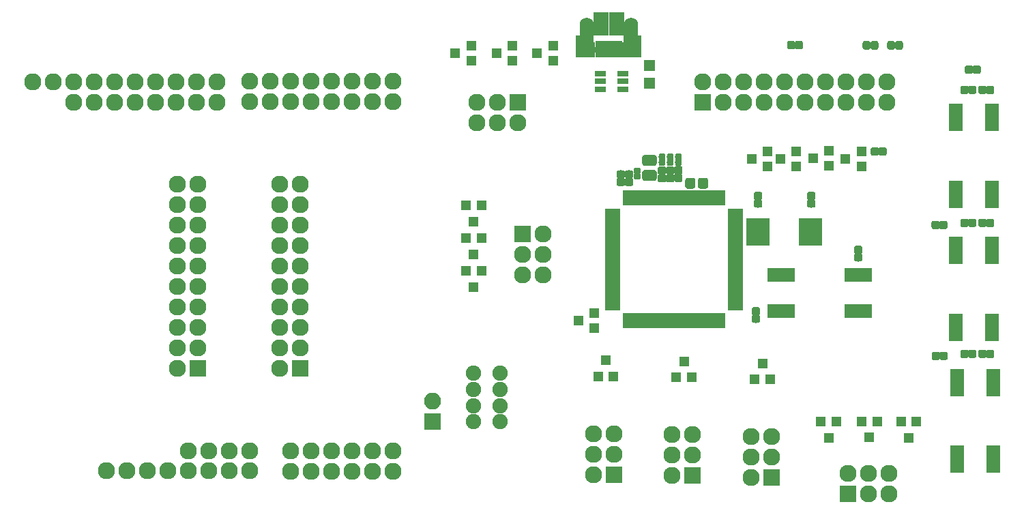
<source format=gbr>
G04 #@! TF.GenerationSoftware,KiCad,Pcbnew,6.0.0-rc1-unknown-r13540.595666d46.fc27*
G04 #@! TF.CreationDate,2018-10-03T13:58:40+02:00*
G04 #@! TF.ProjectId,Bricoleur-pcb,427269636F6C6575722D7063622E6B69,rev?*
G04 #@! TF.SameCoordinates,Original*
G04 #@! TF.FileFunction,Soldermask,Top*
G04 #@! TF.FilePolarity,Negative*
%FSLAX46Y46*%
G04 Gerber Fmt 4.6, Leading zero omitted, Abs format (unit mm)*
G04 Created by KiCad (PCBNEW 6.0.0-rc1-unknown-r13540.595666d46.fc27) date Wed Oct  3 13:58:40 2018*
%MOMM*%
%LPD*%
G01*
G04 APERTURE LIST*
%ADD10R,1.200000X1.300000*%
%ADD11O,2.127200X2.127200*%
%ADD12R,2.127200X2.127200*%
%ADD13C,1.900000*%
%ADD14R,1.300000X1.200000*%
%ADD15C,2.127200*%
%ADD16C,0.100000*%
%ADD17C,0.990000*%
%ADD18R,3.500000X1.700000*%
%ADD19R,1.873200X0.679400*%
%ADD20R,0.679400X1.873200*%
%ADD21C,1.375000*%
%ADD22O,2.100000X2.100000*%
%ADD23R,2.100000X2.100000*%
%ADD24R,1.750000X2.400000*%
%ADD25R,2.225000X1.100000*%
%ADD26R,2.400000X1.900000*%
%ADD27R,0.800000X2.050000*%
%ADD28O,1.500000X1.900000*%
%ADD29O,1.750000X2.100000*%
%ADD30R,1.830000X2.900000*%
%ADD31R,2.900000X3.400000*%
%ADD32R,1.400000X0.800000*%
%ADD33C,0.800000*%
%ADD34C,1.275000*%
%ADD35R,1.400000X1.400000*%
%ADD36R,1.700000X3.500000*%
G04 APERTURE END LIST*
D10*
G04 #@! TO.C,D9*
X88360100Y-132870100D03*
X87410100Y-130870100D03*
X89310100Y-130870100D03*
G04 #@! TD*
D11*
G04 #@! TO.C,U8*
X96996100Y-135426100D03*
X94456100Y-135426100D03*
X96996100Y-132886100D03*
X94456100Y-132886100D03*
X96996100Y-130346100D03*
D12*
X94456100Y-130346100D03*
G04 #@! TD*
D10*
G04 #@! TO.C,D18*
X142328265Y-155660500D03*
X141378265Y-153660500D03*
X143278265Y-153660500D03*
G04 #@! TD*
D13*
G04 #@! TO.C,U11*
X91634600Y-147644500D03*
X88334600Y-147644500D03*
X91634600Y-149644500D03*
X91634600Y-151644500D03*
X91634600Y-153644500D03*
X88334600Y-149644500D03*
X88334600Y-151644500D03*
X88334600Y-153644500D03*
G04 #@! TD*
D14*
G04 #@! TO.C,D15*
X88064800Y-108882185D03*
X88064800Y-106982185D03*
X86064800Y-107932185D03*
G04 #@! TD*
G04 #@! TO.C,D16*
X98224800Y-108882185D03*
X98224800Y-106982185D03*
X96224800Y-107932185D03*
G04 #@! TD*
G04 #@! TO.C,D17*
X93174915Y-108882185D03*
X93174915Y-106982185D03*
X91174915Y-107932185D03*
G04 #@! TD*
D12*
G04 #@! TO.C,J3*
X93795700Y-114020500D03*
D11*
X93795700Y-116560500D03*
X91255700Y-114020500D03*
X91255700Y-116560500D03*
X88715700Y-114020500D03*
X88715700Y-116560500D03*
G04 #@! TD*
D15*
G04 #@! TO.C,U2*
X60577647Y-157258115D03*
X58037647Y-157258115D03*
X55497647Y-157258115D03*
X60589979Y-159692907D03*
X58049979Y-159692907D03*
X55509979Y-159692907D03*
X52969979Y-159692907D03*
X50429979Y-159692907D03*
X47889979Y-159692907D03*
X45349979Y-159692907D03*
X60577647Y-111423815D03*
X65657647Y-159798115D03*
X33665979Y-111432907D03*
X38745979Y-113972907D03*
X42809979Y-159692907D03*
X52957647Y-157258115D03*
X68197647Y-159798115D03*
X70737647Y-159798115D03*
X73277647Y-159798115D03*
X75817647Y-159798115D03*
X78357647Y-159798115D03*
X65657647Y-157258115D03*
X68197647Y-157258115D03*
X70737647Y-157258115D03*
X73277647Y-157258115D03*
X75817647Y-157258115D03*
X78357647Y-157258115D03*
X36205979Y-111432907D03*
X38745979Y-111432907D03*
X41285979Y-111432907D03*
X43825979Y-111432907D03*
X46365979Y-111432907D03*
X48905979Y-111432907D03*
X51445979Y-111432907D03*
X53985979Y-111432907D03*
X56525979Y-111432907D03*
X41285979Y-113972907D03*
X43825979Y-113972907D03*
X46365979Y-113972907D03*
X48905979Y-113972907D03*
X51445979Y-113972907D03*
X53985979Y-113972907D03*
X56525979Y-113972907D03*
X63117647Y-111423815D03*
X65657647Y-111423815D03*
X68197647Y-111423815D03*
X70737647Y-111423815D03*
X73277647Y-111423815D03*
X75817647Y-111423815D03*
X78357647Y-111423815D03*
X60577647Y-113963815D03*
X63117647Y-113963815D03*
X65657647Y-113963815D03*
X68197647Y-113963815D03*
X70737647Y-113963815D03*
X73277647Y-113963815D03*
X75817647Y-113963815D03*
X78357647Y-113963815D03*
G04 #@! TD*
D11*
G04 #@! TO.C,U5*
X51559711Y-124184663D03*
X54099711Y-124184663D03*
X51559711Y-126724663D03*
X54099711Y-126724663D03*
X51559711Y-129264663D03*
X54099711Y-129264663D03*
X51559711Y-131804663D03*
X54099711Y-131804663D03*
X51559711Y-134344663D03*
X54099711Y-134344663D03*
X51559711Y-136884663D03*
X54099711Y-136884663D03*
X51559711Y-139424663D03*
X54099711Y-139424663D03*
X51559711Y-141964663D03*
X54099711Y-141964663D03*
X51559711Y-144504663D03*
X54099711Y-144504663D03*
X51559711Y-147044663D03*
D12*
X54099711Y-147044663D03*
G04 #@! TD*
D11*
G04 #@! TO.C,U6*
X64259711Y-124184663D03*
X66799711Y-124184663D03*
X64259711Y-126724663D03*
X66799711Y-126724663D03*
X64259711Y-129264663D03*
X66799711Y-129264663D03*
X64259711Y-131804663D03*
X66799711Y-131804663D03*
X64259711Y-134344663D03*
X66799711Y-134344663D03*
X64259711Y-136884663D03*
X66799711Y-136884663D03*
X64259711Y-139424663D03*
X66799711Y-139424663D03*
X64259711Y-141964663D03*
X66799711Y-141964663D03*
X64259711Y-144504663D03*
X66799711Y-144504663D03*
X64259711Y-147044663D03*
D12*
X66799711Y-147044663D03*
G04 #@! TD*
D14*
G04 #@! TO.C,D6*
X126399900Y-121024300D03*
X128399900Y-120074300D03*
X128399900Y-121974300D03*
G04 #@! TD*
G04 #@! TO.C,D4*
X134511900Y-121024300D03*
X136511900Y-120074300D03*
X136511900Y-121974300D03*
G04 #@! TD*
D16*
G04 #@! TO.C,R14*
G36*
X138367359Y-106412692D02*
X138391385Y-106416256D01*
X138414945Y-106422157D01*
X138437814Y-106430340D01*
X138459771Y-106440724D01*
X138480604Y-106453211D01*
X138500112Y-106467680D01*
X138518109Y-106483991D01*
X138534420Y-106501988D01*
X138548889Y-106521496D01*
X138561376Y-106542329D01*
X138571760Y-106564286D01*
X138579943Y-106587155D01*
X138585844Y-106610715D01*
X138589408Y-106634741D01*
X138590600Y-106659000D01*
X138590600Y-107204000D01*
X138589408Y-107228259D01*
X138585844Y-107252285D01*
X138579943Y-107275845D01*
X138571760Y-107298714D01*
X138561376Y-107320671D01*
X138548889Y-107341504D01*
X138534420Y-107361012D01*
X138518109Y-107379009D01*
X138500112Y-107395320D01*
X138480604Y-107409789D01*
X138459771Y-107422276D01*
X138437814Y-107432660D01*
X138414945Y-107440843D01*
X138391385Y-107446744D01*
X138367359Y-107450308D01*
X138343100Y-107451500D01*
X137848100Y-107451500D01*
X137823841Y-107450308D01*
X137799815Y-107446744D01*
X137776255Y-107440843D01*
X137753386Y-107432660D01*
X137731429Y-107422276D01*
X137710596Y-107409789D01*
X137691088Y-107395320D01*
X137673091Y-107379009D01*
X137656780Y-107361012D01*
X137642311Y-107341504D01*
X137629824Y-107320671D01*
X137619440Y-107298714D01*
X137611257Y-107275845D01*
X137605356Y-107252285D01*
X137601792Y-107228259D01*
X137600600Y-107204000D01*
X137600600Y-106659000D01*
X137601792Y-106634741D01*
X137605356Y-106610715D01*
X137611257Y-106587155D01*
X137619440Y-106564286D01*
X137629824Y-106542329D01*
X137642311Y-106521496D01*
X137656780Y-106501988D01*
X137673091Y-106483991D01*
X137691088Y-106467680D01*
X137710596Y-106453211D01*
X137731429Y-106440724D01*
X137753386Y-106430340D01*
X137776255Y-106422157D01*
X137799815Y-106416256D01*
X137823841Y-106412692D01*
X137848100Y-106411500D01*
X138343100Y-106411500D01*
X138367359Y-106412692D01*
X138367359Y-106412692D01*
G37*
D17*
X138095600Y-106931500D03*
D16*
G36*
X137397359Y-106412692D02*
X137421385Y-106416256D01*
X137444945Y-106422157D01*
X137467814Y-106430340D01*
X137489771Y-106440724D01*
X137510604Y-106453211D01*
X137530112Y-106467680D01*
X137548109Y-106483991D01*
X137564420Y-106501988D01*
X137578889Y-106521496D01*
X137591376Y-106542329D01*
X137601760Y-106564286D01*
X137609943Y-106587155D01*
X137615844Y-106610715D01*
X137619408Y-106634741D01*
X137620600Y-106659000D01*
X137620600Y-107204000D01*
X137619408Y-107228259D01*
X137615844Y-107252285D01*
X137609943Y-107275845D01*
X137601760Y-107298714D01*
X137591376Y-107320671D01*
X137578889Y-107341504D01*
X137564420Y-107361012D01*
X137548109Y-107379009D01*
X137530112Y-107395320D01*
X137510604Y-107409789D01*
X137489771Y-107422276D01*
X137467814Y-107432660D01*
X137444945Y-107440843D01*
X137421385Y-107446744D01*
X137397359Y-107450308D01*
X137373100Y-107451500D01*
X136878100Y-107451500D01*
X136853841Y-107450308D01*
X136829815Y-107446744D01*
X136806255Y-107440843D01*
X136783386Y-107432660D01*
X136761429Y-107422276D01*
X136740596Y-107409789D01*
X136721088Y-107395320D01*
X136703091Y-107379009D01*
X136686780Y-107361012D01*
X136672311Y-107341504D01*
X136659824Y-107320671D01*
X136649440Y-107298714D01*
X136641257Y-107275845D01*
X136635356Y-107252285D01*
X136631792Y-107228259D01*
X136630600Y-107204000D01*
X136630600Y-106659000D01*
X136631792Y-106634741D01*
X136635356Y-106610715D01*
X136641257Y-106587155D01*
X136649440Y-106564286D01*
X136659824Y-106542329D01*
X136672311Y-106521496D01*
X136686780Y-106501988D01*
X136703091Y-106483991D01*
X136721088Y-106467680D01*
X136740596Y-106453211D01*
X136761429Y-106440724D01*
X136783386Y-106430340D01*
X136806255Y-106422157D01*
X136829815Y-106416256D01*
X136853841Y-106412692D01*
X136878100Y-106411500D01*
X137373100Y-106411500D01*
X137397359Y-106412692D01*
X137397359Y-106412692D01*
G37*
D17*
X137125600Y-106931500D03*
G04 #@! TD*
D16*
G04 #@! TO.C,R15*
G36*
X140445359Y-106412692D02*
X140469385Y-106416256D01*
X140492945Y-106422157D01*
X140515814Y-106430340D01*
X140537771Y-106440724D01*
X140558604Y-106453211D01*
X140578112Y-106467680D01*
X140596109Y-106483991D01*
X140612420Y-106501988D01*
X140626889Y-106521496D01*
X140639376Y-106542329D01*
X140649760Y-106564286D01*
X140657943Y-106587155D01*
X140663844Y-106610715D01*
X140667408Y-106634741D01*
X140668600Y-106659000D01*
X140668600Y-107204000D01*
X140667408Y-107228259D01*
X140663844Y-107252285D01*
X140657943Y-107275845D01*
X140649760Y-107298714D01*
X140639376Y-107320671D01*
X140626889Y-107341504D01*
X140612420Y-107361012D01*
X140596109Y-107379009D01*
X140578112Y-107395320D01*
X140558604Y-107409789D01*
X140537771Y-107422276D01*
X140515814Y-107432660D01*
X140492945Y-107440843D01*
X140469385Y-107446744D01*
X140445359Y-107450308D01*
X140421100Y-107451500D01*
X139926100Y-107451500D01*
X139901841Y-107450308D01*
X139877815Y-107446744D01*
X139854255Y-107440843D01*
X139831386Y-107432660D01*
X139809429Y-107422276D01*
X139788596Y-107409789D01*
X139769088Y-107395320D01*
X139751091Y-107379009D01*
X139734780Y-107361012D01*
X139720311Y-107341504D01*
X139707824Y-107320671D01*
X139697440Y-107298714D01*
X139689257Y-107275845D01*
X139683356Y-107252285D01*
X139679792Y-107228259D01*
X139678600Y-107204000D01*
X139678600Y-106659000D01*
X139679792Y-106634741D01*
X139683356Y-106610715D01*
X139689257Y-106587155D01*
X139697440Y-106564286D01*
X139707824Y-106542329D01*
X139720311Y-106521496D01*
X139734780Y-106501988D01*
X139751091Y-106483991D01*
X139769088Y-106467680D01*
X139788596Y-106453211D01*
X139809429Y-106440724D01*
X139831386Y-106430340D01*
X139854255Y-106422157D01*
X139877815Y-106416256D01*
X139901841Y-106412692D01*
X139926100Y-106411500D01*
X140421100Y-106411500D01*
X140445359Y-106412692D01*
X140445359Y-106412692D01*
G37*
D17*
X140173600Y-106931500D03*
D16*
G36*
X141415359Y-106412692D02*
X141439385Y-106416256D01*
X141462945Y-106422157D01*
X141485814Y-106430340D01*
X141507771Y-106440724D01*
X141528604Y-106453211D01*
X141548112Y-106467680D01*
X141566109Y-106483991D01*
X141582420Y-106501988D01*
X141596889Y-106521496D01*
X141609376Y-106542329D01*
X141619760Y-106564286D01*
X141627943Y-106587155D01*
X141633844Y-106610715D01*
X141637408Y-106634741D01*
X141638600Y-106659000D01*
X141638600Y-107204000D01*
X141637408Y-107228259D01*
X141633844Y-107252285D01*
X141627943Y-107275845D01*
X141619760Y-107298714D01*
X141609376Y-107320671D01*
X141596889Y-107341504D01*
X141582420Y-107361012D01*
X141566109Y-107379009D01*
X141548112Y-107395320D01*
X141528604Y-107409789D01*
X141507771Y-107422276D01*
X141485814Y-107432660D01*
X141462945Y-107440843D01*
X141439385Y-107446744D01*
X141415359Y-107450308D01*
X141391100Y-107451500D01*
X140896100Y-107451500D01*
X140871841Y-107450308D01*
X140847815Y-107446744D01*
X140824255Y-107440843D01*
X140801386Y-107432660D01*
X140779429Y-107422276D01*
X140758596Y-107409789D01*
X140739088Y-107395320D01*
X140721091Y-107379009D01*
X140704780Y-107361012D01*
X140690311Y-107341504D01*
X140677824Y-107320671D01*
X140667440Y-107298714D01*
X140659257Y-107275845D01*
X140653356Y-107252285D01*
X140649792Y-107228259D01*
X140648600Y-107204000D01*
X140648600Y-106659000D01*
X140649792Y-106634741D01*
X140653356Y-106610715D01*
X140659257Y-106587155D01*
X140667440Y-106564286D01*
X140677824Y-106542329D01*
X140690311Y-106521496D01*
X140704780Y-106501988D01*
X140721091Y-106483991D01*
X140739088Y-106467680D01*
X140758596Y-106453211D01*
X140779429Y-106440724D01*
X140801386Y-106430340D01*
X140824255Y-106422157D01*
X140847815Y-106416256D01*
X140871841Y-106412692D01*
X140896100Y-106411500D01*
X141391100Y-106411500D01*
X141415359Y-106412692D01*
X141415359Y-106412692D01*
G37*
D17*
X141143600Y-106931500D03*
G04 #@! TD*
D11*
G04 #@! TO.C,U3*
X112998100Y-155279500D03*
X115538100Y-155279500D03*
X112998100Y-157819500D03*
X115538100Y-157819500D03*
X112998100Y-160359500D03*
D12*
X115538100Y-160359500D03*
G04 #@! TD*
D18*
G04 #@! TO.C,SW2*
X126545200Y-135439000D03*
X136045200Y-135439000D03*
X136045200Y-139939000D03*
X126545200Y-139939000D03*
G04 #@! TD*
D16*
G04 #@! TO.C,R1*
G36*
X136383359Y-131814692D02*
X136407385Y-131818256D01*
X136430945Y-131824157D01*
X136453814Y-131832340D01*
X136475771Y-131842724D01*
X136496604Y-131855211D01*
X136516112Y-131869680D01*
X136534109Y-131885991D01*
X136550420Y-131903988D01*
X136564889Y-131923496D01*
X136577376Y-131944329D01*
X136587760Y-131966286D01*
X136595943Y-131989155D01*
X136601844Y-132012715D01*
X136605408Y-132036741D01*
X136606600Y-132061000D01*
X136606600Y-132556000D01*
X136605408Y-132580259D01*
X136601844Y-132604285D01*
X136595943Y-132627845D01*
X136587760Y-132650714D01*
X136577376Y-132672671D01*
X136564889Y-132693504D01*
X136550420Y-132713012D01*
X136534109Y-132731009D01*
X136516112Y-132747320D01*
X136496604Y-132761789D01*
X136475771Y-132774276D01*
X136453814Y-132784660D01*
X136430945Y-132792843D01*
X136407385Y-132798744D01*
X136383359Y-132802308D01*
X136359100Y-132803500D01*
X135814100Y-132803500D01*
X135789841Y-132802308D01*
X135765815Y-132798744D01*
X135742255Y-132792843D01*
X135719386Y-132784660D01*
X135697429Y-132774276D01*
X135676596Y-132761789D01*
X135657088Y-132747320D01*
X135639091Y-132731009D01*
X135622780Y-132713012D01*
X135608311Y-132693504D01*
X135595824Y-132672671D01*
X135585440Y-132650714D01*
X135577257Y-132627845D01*
X135571356Y-132604285D01*
X135567792Y-132580259D01*
X135566600Y-132556000D01*
X135566600Y-132061000D01*
X135567792Y-132036741D01*
X135571356Y-132012715D01*
X135577257Y-131989155D01*
X135585440Y-131966286D01*
X135595824Y-131944329D01*
X135608311Y-131923496D01*
X135622780Y-131903988D01*
X135639091Y-131885991D01*
X135657088Y-131869680D01*
X135676596Y-131855211D01*
X135697429Y-131842724D01*
X135719386Y-131832340D01*
X135742255Y-131824157D01*
X135765815Y-131818256D01*
X135789841Y-131814692D01*
X135814100Y-131813500D01*
X136359100Y-131813500D01*
X136383359Y-131814692D01*
X136383359Y-131814692D01*
G37*
D17*
X136086600Y-132308500D03*
D16*
G36*
X136383359Y-132784692D02*
X136407385Y-132788256D01*
X136430945Y-132794157D01*
X136453814Y-132802340D01*
X136475771Y-132812724D01*
X136496604Y-132825211D01*
X136516112Y-132839680D01*
X136534109Y-132855991D01*
X136550420Y-132873988D01*
X136564889Y-132893496D01*
X136577376Y-132914329D01*
X136587760Y-132936286D01*
X136595943Y-132959155D01*
X136601844Y-132982715D01*
X136605408Y-133006741D01*
X136606600Y-133031000D01*
X136606600Y-133526000D01*
X136605408Y-133550259D01*
X136601844Y-133574285D01*
X136595943Y-133597845D01*
X136587760Y-133620714D01*
X136577376Y-133642671D01*
X136564889Y-133663504D01*
X136550420Y-133683012D01*
X136534109Y-133701009D01*
X136516112Y-133717320D01*
X136496604Y-133731789D01*
X136475771Y-133744276D01*
X136453814Y-133754660D01*
X136430945Y-133762843D01*
X136407385Y-133768744D01*
X136383359Y-133772308D01*
X136359100Y-133773500D01*
X135814100Y-133773500D01*
X135789841Y-133772308D01*
X135765815Y-133768744D01*
X135742255Y-133762843D01*
X135719386Y-133754660D01*
X135697429Y-133744276D01*
X135676596Y-133731789D01*
X135657088Y-133717320D01*
X135639091Y-133701009D01*
X135622780Y-133683012D01*
X135608311Y-133663504D01*
X135595824Y-133642671D01*
X135585440Y-133620714D01*
X135577257Y-133597845D01*
X135571356Y-133574285D01*
X135567792Y-133550259D01*
X135566600Y-133526000D01*
X135566600Y-133031000D01*
X135567792Y-133006741D01*
X135571356Y-132982715D01*
X135577257Y-132959155D01*
X135585440Y-132936286D01*
X135595824Y-132914329D01*
X135608311Y-132893496D01*
X135622780Y-132873988D01*
X135639091Y-132855991D01*
X135657088Y-132839680D01*
X135676596Y-132825211D01*
X135697429Y-132812724D01*
X135719386Y-132802340D01*
X135742255Y-132794157D01*
X135765815Y-132788256D01*
X135789841Y-132784692D01*
X135814100Y-132783500D01*
X136359100Y-132783500D01*
X136383359Y-132784692D01*
X136383359Y-132784692D01*
G37*
D17*
X136086600Y-133278500D03*
G04 #@! TD*
D19*
G04 #@! TO.C,U7*
X105632100Y-139521101D03*
X105632100Y-139021099D03*
X105632100Y-138521100D03*
X105632100Y-138021101D03*
X105632100Y-137521100D03*
X105632100Y-137021101D03*
X105632100Y-136521099D03*
X105632100Y-136021100D03*
X105632100Y-135521101D03*
X105632100Y-135021100D03*
X105632100Y-134521101D03*
X105632100Y-134021099D03*
X105632100Y-133521100D03*
X105632100Y-133021101D03*
X105632100Y-132521099D03*
X105632100Y-132021100D03*
X105632100Y-131521099D03*
X105632100Y-131021100D03*
X105632100Y-130521101D03*
X105632100Y-130021099D03*
X105632100Y-129521100D03*
X105632100Y-129021099D03*
X105632100Y-128521100D03*
X105632100Y-128021101D03*
X105632100Y-127521099D03*
D20*
X107252099Y-125901100D03*
X107752101Y-125901100D03*
X108252100Y-125901100D03*
X108752099Y-125901100D03*
X109252100Y-125901100D03*
X109752099Y-125901100D03*
X110252101Y-125901100D03*
X110752100Y-125901100D03*
X111252099Y-125901100D03*
X111752100Y-125901100D03*
X112252099Y-125901100D03*
X112752101Y-125901100D03*
X113252100Y-125901100D03*
X113752099Y-125901100D03*
X114252101Y-125901100D03*
X114752100Y-125901100D03*
X115252101Y-125901100D03*
X115752100Y-125901100D03*
X116252099Y-125901100D03*
X116752101Y-125901100D03*
X117252100Y-125901100D03*
X117752101Y-125901100D03*
X118252100Y-125901100D03*
X118752099Y-125901100D03*
X119252101Y-125901100D03*
D19*
X120872100Y-127521099D03*
X120872100Y-128021101D03*
X120872100Y-128521100D03*
X120872100Y-129021099D03*
X120872100Y-129521100D03*
X120872100Y-130021099D03*
X120872100Y-130521101D03*
X120872100Y-131021100D03*
X120872100Y-131521099D03*
X120872100Y-132021100D03*
X120872100Y-132521099D03*
X120872100Y-133021101D03*
X120872100Y-133521100D03*
X120872100Y-134021099D03*
X120872100Y-134521101D03*
X120872100Y-135021100D03*
X120872100Y-135521101D03*
X120872100Y-136021100D03*
X120872100Y-136521099D03*
X120872100Y-137021101D03*
X120872100Y-137521100D03*
X120872100Y-138021101D03*
X120872100Y-138521100D03*
X120872100Y-139021099D03*
X120872100Y-139521101D03*
D20*
X119252101Y-141141100D03*
X118752099Y-141141100D03*
X118252100Y-141141100D03*
X117752099Y-141141100D03*
X117252100Y-141141100D03*
X116752101Y-141141100D03*
X116252099Y-141141100D03*
X115752100Y-141141100D03*
X115252099Y-141141100D03*
X114752100Y-141141100D03*
X114252101Y-141141100D03*
X113752099Y-141141100D03*
X113252100Y-141141100D03*
X112752098Y-141141100D03*
X112252099Y-141141100D03*
X111752100Y-141141100D03*
X111252099Y-141141100D03*
X110752100Y-141141100D03*
X110252101Y-141141100D03*
X109752099Y-141141100D03*
X109252100Y-141141100D03*
X108752099Y-141141100D03*
X108252100Y-141141100D03*
X107752101Y-141141100D03*
X107252099Y-141141100D03*
G04 #@! TD*
D16*
G04 #@! TO.C,C2*
G36*
X110768543Y-122400155D02*
X110801912Y-122405105D01*
X110834635Y-122413302D01*
X110866397Y-122424666D01*
X110896893Y-122439090D01*
X110925827Y-122456432D01*
X110952923Y-122476528D01*
X110977918Y-122499182D01*
X111000572Y-122524177D01*
X111020668Y-122551273D01*
X111038010Y-122580207D01*
X111052434Y-122610703D01*
X111063798Y-122642465D01*
X111071995Y-122675188D01*
X111076945Y-122708557D01*
X111078600Y-122742250D01*
X111078600Y-123429750D01*
X111076945Y-123463443D01*
X111071995Y-123496812D01*
X111063798Y-123529535D01*
X111052434Y-123561297D01*
X111038010Y-123591793D01*
X111020668Y-123620727D01*
X111000572Y-123647823D01*
X110977918Y-123672818D01*
X110952923Y-123695472D01*
X110925827Y-123715568D01*
X110896893Y-123732910D01*
X110866397Y-123747334D01*
X110834635Y-123758698D01*
X110801912Y-123766895D01*
X110768543Y-123771845D01*
X110734850Y-123773500D01*
X109622350Y-123773500D01*
X109588657Y-123771845D01*
X109555288Y-123766895D01*
X109522565Y-123758698D01*
X109490803Y-123747334D01*
X109460307Y-123732910D01*
X109431373Y-123715568D01*
X109404277Y-123695472D01*
X109379282Y-123672818D01*
X109356628Y-123647823D01*
X109336532Y-123620727D01*
X109319190Y-123591793D01*
X109304766Y-123561297D01*
X109293402Y-123529535D01*
X109285205Y-123496812D01*
X109280255Y-123463443D01*
X109278600Y-123429750D01*
X109278600Y-122742250D01*
X109280255Y-122708557D01*
X109285205Y-122675188D01*
X109293402Y-122642465D01*
X109304766Y-122610703D01*
X109319190Y-122580207D01*
X109336532Y-122551273D01*
X109356628Y-122524177D01*
X109379282Y-122499182D01*
X109404277Y-122476528D01*
X109431373Y-122456432D01*
X109460307Y-122439090D01*
X109490803Y-122424666D01*
X109522565Y-122413302D01*
X109555288Y-122405105D01*
X109588657Y-122400155D01*
X109622350Y-122398500D01*
X110734850Y-122398500D01*
X110768543Y-122400155D01*
X110768543Y-122400155D01*
G37*
D21*
X110178600Y-123086000D03*
D16*
G36*
X110768543Y-120525155D02*
X110801912Y-120530105D01*
X110834635Y-120538302D01*
X110866397Y-120549666D01*
X110896893Y-120564090D01*
X110925827Y-120581432D01*
X110952923Y-120601528D01*
X110977918Y-120624182D01*
X111000572Y-120649177D01*
X111020668Y-120676273D01*
X111038010Y-120705207D01*
X111052434Y-120735703D01*
X111063798Y-120767465D01*
X111071995Y-120800188D01*
X111076945Y-120833557D01*
X111078600Y-120867250D01*
X111078600Y-121554750D01*
X111076945Y-121588443D01*
X111071995Y-121621812D01*
X111063798Y-121654535D01*
X111052434Y-121686297D01*
X111038010Y-121716793D01*
X111020668Y-121745727D01*
X111000572Y-121772823D01*
X110977918Y-121797818D01*
X110952923Y-121820472D01*
X110925827Y-121840568D01*
X110896893Y-121857910D01*
X110866397Y-121872334D01*
X110834635Y-121883698D01*
X110801912Y-121891895D01*
X110768543Y-121896845D01*
X110734850Y-121898500D01*
X109622350Y-121898500D01*
X109588657Y-121896845D01*
X109555288Y-121891895D01*
X109522565Y-121883698D01*
X109490803Y-121872334D01*
X109460307Y-121857910D01*
X109431373Y-121840568D01*
X109404277Y-121820472D01*
X109379282Y-121797818D01*
X109356628Y-121772823D01*
X109336532Y-121745727D01*
X109319190Y-121716793D01*
X109304766Y-121686297D01*
X109293402Y-121654535D01*
X109285205Y-121621812D01*
X109280255Y-121588443D01*
X109278600Y-121554750D01*
X109278600Y-120867250D01*
X109280255Y-120833557D01*
X109285205Y-120800188D01*
X109293402Y-120767465D01*
X109304766Y-120735703D01*
X109319190Y-120705207D01*
X109336532Y-120676273D01*
X109356628Y-120649177D01*
X109379282Y-120624182D01*
X109404277Y-120601528D01*
X109431373Y-120581432D01*
X109460307Y-120564090D01*
X109490803Y-120549666D01*
X109522565Y-120538302D01*
X109555288Y-120530105D01*
X109588657Y-120525155D01*
X109622350Y-120523500D01*
X110734850Y-120523500D01*
X110768543Y-120525155D01*
X110768543Y-120525155D01*
G37*
D21*
X110178600Y-121211000D03*
G04 #@! TD*
D22*
G04 #@! TO.C,TP1*
X83254600Y-151104500D03*
D23*
X83254600Y-153644500D03*
G04 #@! TD*
D24*
G04 #@! TO.C,J1*
X102373600Y-105453500D03*
X107853600Y-105453500D03*
D25*
X108073600Y-106203500D03*
X102123600Y-106203500D03*
D26*
X107973600Y-107503500D03*
X102223600Y-107523500D03*
D27*
X106423600Y-107403500D03*
X105773600Y-107403500D03*
X105123600Y-107403500D03*
X104473600Y-107403500D03*
X103823600Y-107403500D03*
D28*
X107543600Y-107523500D03*
X102703600Y-107523500D03*
D29*
X107853600Y-104523500D03*
X102393600Y-104523500D03*
D30*
X106083600Y-104253500D03*
X104163600Y-104253500D03*
G04 #@! TD*
D11*
G04 #@! TO.C,U4*
X122796100Y-155533500D03*
X125336100Y-155533500D03*
X122796100Y-158073500D03*
X125336100Y-158073500D03*
X122796100Y-160613500D03*
D12*
X125336100Y-160613500D03*
G04 #@! TD*
D10*
G04 #@! TO.C,D19*
X132403700Y-155660500D03*
X131453700Y-153660500D03*
X133353700Y-153660500D03*
G04 #@! TD*
G04 #@! TO.C,D20*
X137467700Y-155612825D03*
X136517700Y-153612825D03*
X138417700Y-153612825D03*
G04 #@! TD*
D11*
G04 #@! TO.C,J4*
X139908750Y-160104510D03*
X139908750Y-162644510D03*
X137368750Y-160104510D03*
X137368750Y-162644510D03*
X134828750Y-160104510D03*
D12*
X134828750Y-162644510D03*
G04 #@! TD*
D16*
G04 #@! TO.C,C18*
G36*
X130551189Y-125123496D02*
X130575215Y-125127060D01*
X130598775Y-125132961D01*
X130621644Y-125141144D01*
X130643601Y-125151528D01*
X130664434Y-125164015D01*
X130683942Y-125178484D01*
X130701939Y-125194795D01*
X130718250Y-125212792D01*
X130732719Y-125232300D01*
X130745206Y-125253133D01*
X130755590Y-125275090D01*
X130763773Y-125297959D01*
X130769674Y-125321519D01*
X130773238Y-125345545D01*
X130774430Y-125369804D01*
X130774430Y-125864804D01*
X130773238Y-125889063D01*
X130769674Y-125913089D01*
X130763773Y-125936649D01*
X130755590Y-125959518D01*
X130745206Y-125981475D01*
X130732719Y-126002308D01*
X130718250Y-126021816D01*
X130701939Y-126039813D01*
X130683942Y-126056124D01*
X130664434Y-126070593D01*
X130643601Y-126083080D01*
X130621644Y-126093464D01*
X130598775Y-126101647D01*
X130575215Y-126107548D01*
X130551189Y-126111112D01*
X130526930Y-126112304D01*
X129981930Y-126112304D01*
X129957671Y-126111112D01*
X129933645Y-126107548D01*
X129910085Y-126101647D01*
X129887216Y-126093464D01*
X129865259Y-126083080D01*
X129844426Y-126070593D01*
X129824918Y-126056124D01*
X129806921Y-126039813D01*
X129790610Y-126021816D01*
X129776141Y-126002308D01*
X129763654Y-125981475D01*
X129753270Y-125959518D01*
X129745087Y-125936649D01*
X129739186Y-125913089D01*
X129735622Y-125889063D01*
X129734430Y-125864804D01*
X129734430Y-125369804D01*
X129735622Y-125345545D01*
X129739186Y-125321519D01*
X129745087Y-125297959D01*
X129753270Y-125275090D01*
X129763654Y-125253133D01*
X129776141Y-125232300D01*
X129790610Y-125212792D01*
X129806921Y-125194795D01*
X129824918Y-125178484D01*
X129844426Y-125164015D01*
X129865259Y-125151528D01*
X129887216Y-125141144D01*
X129910085Y-125132961D01*
X129933645Y-125127060D01*
X129957671Y-125123496D01*
X129981930Y-125122304D01*
X130526930Y-125122304D01*
X130551189Y-125123496D01*
X130551189Y-125123496D01*
G37*
D17*
X130254430Y-125617304D03*
D16*
G36*
X130551189Y-126093496D02*
X130575215Y-126097060D01*
X130598775Y-126102961D01*
X130621644Y-126111144D01*
X130643601Y-126121528D01*
X130664434Y-126134015D01*
X130683942Y-126148484D01*
X130701939Y-126164795D01*
X130718250Y-126182792D01*
X130732719Y-126202300D01*
X130745206Y-126223133D01*
X130755590Y-126245090D01*
X130763773Y-126267959D01*
X130769674Y-126291519D01*
X130773238Y-126315545D01*
X130774430Y-126339804D01*
X130774430Y-126834804D01*
X130773238Y-126859063D01*
X130769674Y-126883089D01*
X130763773Y-126906649D01*
X130755590Y-126929518D01*
X130745206Y-126951475D01*
X130732719Y-126972308D01*
X130718250Y-126991816D01*
X130701939Y-127009813D01*
X130683942Y-127026124D01*
X130664434Y-127040593D01*
X130643601Y-127053080D01*
X130621644Y-127063464D01*
X130598775Y-127071647D01*
X130575215Y-127077548D01*
X130551189Y-127081112D01*
X130526930Y-127082304D01*
X129981930Y-127082304D01*
X129957671Y-127081112D01*
X129933645Y-127077548D01*
X129910085Y-127071647D01*
X129887216Y-127063464D01*
X129865259Y-127053080D01*
X129844426Y-127040593D01*
X129824918Y-127026124D01*
X129806921Y-127009813D01*
X129790610Y-126991816D01*
X129776141Y-126972308D01*
X129763654Y-126951475D01*
X129753270Y-126929518D01*
X129745087Y-126906649D01*
X129739186Y-126883089D01*
X129735622Y-126859063D01*
X129734430Y-126834804D01*
X129734430Y-126339804D01*
X129735622Y-126315545D01*
X129739186Y-126291519D01*
X129745087Y-126267959D01*
X129753270Y-126245090D01*
X129763654Y-126223133D01*
X129776141Y-126202300D01*
X129790610Y-126182792D01*
X129806921Y-126164795D01*
X129824918Y-126148484D01*
X129844426Y-126134015D01*
X129865259Y-126121528D01*
X129887216Y-126111144D01*
X129910085Y-126102961D01*
X129933645Y-126097060D01*
X129957671Y-126093496D01*
X129981930Y-126092304D01*
X130526930Y-126092304D01*
X130551189Y-126093496D01*
X130551189Y-126093496D01*
G37*
D17*
X130254430Y-126587304D03*
G04 #@! TD*
D16*
G04 #@! TO.C,C19*
G36*
X123947189Y-126093496D02*
X123971215Y-126097060D01*
X123994775Y-126102961D01*
X124017644Y-126111144D01*
X124039601Y-126121528D01*
X124060434Y-126134015D01*
X124079942Y-126148484D01*
X124097939Y-126164795D01*
X124114250Y-126182792D01*
X124128719Y-126202300D01*
X124141206Y-126223133D01*
X124151590Y-126245090D01*
X124159773Y-126267959D01*
X124165674Y-126291519D01*
X124169238Y-126315545D01*
X124170430Y-126339804D01*
X124170430Y-126834804D01*
X124169238Y-126859063D01*
X124165674Y-126883089D01*
X124159773Y-126906649D01*
X124151590Y-126929518D01*
X124141206Y-126951475D01*
X124128719Y-126972308D01*
X124114250Y-126991816D01*
X124097939Y-127009813D01*
X124079942Y-127026124D01*
X124060434Y-127040593D01*
X124039601Y-127053080D01*
X124017644Y-127063464D01*
X123994775Y-127071647D01*
X123971215Y-127077548D01*
X123947189Y-127081112D01*
X123922930Y-127082304D01*
X123377930Y-127082304D01*
X123353671Y-127081112D01*
X123329645Y-127077548D01*
X123306085Y-127071647D01*
X123283216Y-127063464D01*
X123261259Y-127053080D01*
X123240426Y-127040593D01*
X123220918Y-127026124D01*
X123202921Y-127009813D01*
X123186610Y-126991816D01*
X123172141Y-126972308D01*
X123159654Y-126951475D01*
X123149270Y-126929518D01*
X123141087Y-126906649D01*
X123135186Y-126883089D01*
X123131622Y-126859063D01*
X123130430Y-126834804D01*
X123130430Y-126339804D01*
X123131622Y-126315545D01*
X123135186Y-126291519D01*
X123141087Y-126267959D01*
X123149270Y-126245090D01*
X123159654Y-126223133D01*
X123172141Y-126202300D01*
X123186610Y-126182792D01*
X123202921Y-126164795D01*
X123220918Y-126148484D01*
X123240426Y-126134015D01*
X123261259Y-126121528D01*
X123283216Y-126111144D01*
X123306085Y-126102961D01*
X123329645Y-126097060D01*
X123353671Y-126093496D01*
X123377930Y-126092304D01*
X123922930Y-126092304D01*
X123947189Y-126093496D01*
X123947189Y-126093496D01*
G37*
D17*
X123650430Y-126587304D03*
D16*
G36*
X123947189Y-125123496D02*
X123971215Y-125127060D01*
X123994775Y-125132961D01*
X124017644Y-125141144D01*
X124039601Y-125151528D01*
X124060434Y-125164015D01*
X124079942Y-125178484D01*
X124097939Y-125194795D01*
X124114250Y-125212792D01*
X124128719Y-125232300D01*
X124141206Y-125253133D01*
X124151590Y-125275090D01*
X124159773Y-125297959D01*
X124165674Y-125321519D01*
X124169238Y-125345545D01*
X124170430Y-125369804D01*
X124170430Y-125864804D01*
X124169238Y-125889063D01*
X124165674Y-125913089D01*
X124159773Y-125936649D01*
X124151590Y-125959518D01*
X124141206Y-125981475D01*
X124128719Y-126002308D01*
X124114250Y-126021816D01*
X124097939Y-126039813D01*
X124079942Y-126056124D01*
X124060434Y-126070593D01*
X124039601Y-126083080D01*
X124017644Y-126093464D01*
X123994775Y-126101647D01*
X123971215Y-126107548D01*
X123947189Y-126111112D01*
X123922930Y-126112304D01*
X123377930Y-126112304D01*
X123353671Y-126111112D01*
X123329645Y-126107548D01*
X123306085Y-126101647D01*
X123283216Y-126093464D01*
X123261259Y-126083080D01*
X123240426Y-126070593D01*
X123220918Y-126056124D01*
X123202921Y-126039813D01*
X123186610Y-126021816D01*
X123172141Y-126002308D01*
X123159654Y-125981475D01*
X123149270Y-125959518D01*
X123141087Y-125936649D01*
X123135186Y-125913089D01*
X123131622Y-125889063D01*
X123130430Y-125864804D01*
X123130430Y-125369804D01*
X123131622Y-125345545D01*
X123135186Y-125321519D01*
X123141087Y-125297959D01*
X123149270Y-125275090D01*
X123159654Y-125253133D01*
X123172141Y-125232300D01*
X123186610Y-125212792D01*
X123202921Y-125194795D01*
X123220918Y-125178484D01*
X123240426Y-125164015D01*
X123261259Y-125151528D01*
X123283216Y-125141144D01*
X123306085Y-125132961D01*
X123329645Y-125127060D01*
X123353671Y-125123496D01*
X123377930Y-125122304D01*
X123922930Y-125122304D01*
X123947189Y-125123496D01*
X123947189Y-125123496D01*
G37*
D17*
X123650430Y-125617304D03*
G04 #@! TD*
D31*
G04 #@! TO.C,Y1*
X130158430Y-130054304D03*
X123658430Y-130054304D03*
G04 #@! TD*
D11*
G04 #@! TO.C,U1*
X103238100Y-155152500D03*
X105778100Y-155152500D03*
X103238100Y-157692500D03*
X105778100Y-157692500D03*
X103238100Y-160232500D03*
D12*
X105778100Y-160232500D03*
G04 #@! TD*
D11*
G04 #@! TO.C,J2*
X139642600Y-111480500D03*
X139642600Y-114020500D03*
X137102600Y-111480500D03*
X137102600Y-114020500D03*
X134562600Y-111480500D03*
X134562600Y-114020500D03*
X132022600Y-111480500D03*
X132022600Y-114020500D03*
X129482600Y-111480500D03*
X129482600Y-114020500D03*
X126942600Y-111480500D03*
X126942600Y-114020500D03*
X124402600Y-111480500D03*
X124402600Y-114020500D03*
X121862600Y-111480500D03*
X121862600Y-114020500D03*
X119322600Y-111480500D03*
X119322600Y-114020500D03*
X116782600Y-111480500D03*
D12*
X116782600Y-114020500D03*
G04 #@! TD*
D10*
G04 #@! TO.C,D11*
X104762100Y-146024500D03*
X105712100Y-148024500D03*
X103812100Y-148024500D03*
G04 #@! TD*
G04 #@! TO.C,D12*
X114459885Y-146151500D03*
X115409885Y-148151500D03*
X113509885Y-148151500D03*
G04 #@! TD*
G04 #@! TO.C,D13*
X124193100Y-146405500D03*
X125143100Y-148405500D03*
X123243100Y-148405500D03*
G04 #@! TD*
D14*
G04 #@! TO.C,D14*
X101345585Y-141094295D03*
X103345585Y-140144295D03*
X103345585Y-142044295D03*
G04 #@! TD*
G04 #@! TO.C,D7*
X130479900Y-120958300D03*
X132479900Y-120008300D03*
X132479900Y-121908300D03*
G04 #@! TD*
D10*
G04 #@! TO.C,D8*
X88360100Y-136934100D03*
X87410100Y-134934100D03*
X89310100Y-134934100D03*
G04 #@! TD*
G04 #@! TO.C,D10*
X88360100Y-128806100D03*
X87410100Y-126806100D03*
X89310100Y-126806100D03*
G04 #@! TD*
D14*
G04 #@! TO.C,D5*
X122859900Y-121024300D03*
X124859900Y-120074300D03*
X124859900Y-121974300D03*
G04 #@! TD*
D32*
G04 #@! TO.C,U9*
X104076600Y-112364500D03*
X104076600Y-111414500D03*
X104076600Y-110464500D03*
X106876600Y-112364500D03*
X106876600Y-111414500D03*
X106876600Y-110464500D03*
G04 #@! TD*
D16*
G04 #@! TO.C,R10*
G36*
X112018244Y-121978292D02*
X112042270Y-121981856D01*
X112065830Y-121987757D01*
X112088699Y-121995940D01*
X112110656Y-122006324D01*
X112131489Y-122018811D01*
X112150997Y-122033280D01*
X112168994Y-122049591D01*
X112185305Y-122067588D01*
X112199774Y-122087096D01*
X112212261Y-122107929D01*
X112222645Y-122129886D01*
X112230828Y-122152755D01*
X112236729Y-122176315D01*
X112240293Y-122200341D01*
X112241485Y-122224600D01*
X112241485Y-122719600D01*
X112240293Y-122743859D01*
X112236729Y-122767885D01*
X112230828Y-122791445D01*
X112222645Y-122814314D01*
X112212261Y-122836271D01*
X112199774Y-122857104D01*
X112185305Y-122876612D01*
X112168994Y-122894609D01*
X112150997Y-122910920D01*
X112131489Y-122925389D01*
X112110656Y-122937876D01*
X112088699Y-122948260D01*
X112065830Y-122956443D01*
X112042270Y-122962344D01*
X112018244Y-122965908D01*
X111993985Y-122967100D01*
X111448985Y-122967100D01*
X111424726Y-122965908D01*
X111400700Y-122962344D01*
X111377140Y-122956443D01*
X111354271Y-122948260D01*
X111332314Y-122937876D01*
X111311481Y-122925389D01*
X111291973Y-122910920D01*
X111273976Y-122894609D01*
X111257665Y-122876612D01*
X111243196Y-122857104D01*
X111230709Y-122836271D01*
X111220325Y-122814314D01*
X111212142Y-122791445D01*
X111206241Y-122767885D01*
X111202677Y-122743859D01*
X111201485Y-122719600D01*
X111201485Y-122224600D01*
X111202677Y-122200341D01*
X111206241Y-122176315D01*
X111212142Y-122152755D01*
X111220325Y-122129886D01*
X111230709Y-122107929D01*
X111243196Y-122087096D01*
X111257665Y-122067588D01*
X111273976Y-122049591D01*
X111291973Y-122033280D01*
X111311481Y-122018811D01*
X111332314Y-122006324D01*
X111354271Y-121995940D01*
X111377140Y-121987757D01*
X111400700Y-121981856D01*
X111424726Y-121978292D01*
X111448985Y-121977100D01*
X111993985Y-121977100D01*
X112018244Y-121978292D01*
X112018244Y-121978292D01*
G37*
D17*
X111721485Y-122472100D03*
D16*
G36*
X112018244Y-122948292D02*
X112042270Y-122951856D01*
X112065830Y-122957757D01*
X112088699Y-122965940D01*
X112110656Y-122976324D01*
X112131489Y-122988811D01*
X112150997Y-123003280D01*
X112168994Y-123019591D01*
X112185305Y-123037588D01*
X112199774Y-123057096D01*
X112212261Y-123077929D01*
X112222645Y-123099886D01*
X112230828Y-123122755D01*
X112236729Y-123146315D01*
X112240293Y-123170341D01*
X112241485Y-123194600D01*
X112241485Y-123689600D01*
X112240293Y-123713859D01*
X112236729Y-123737885D01*
X112230828Y-123761445D01*
X112222645Y-123784314D01*
X112212261Y-123806271D01*
X112199774Y-123827104D01*
X112185305Y-123846612D01*
X112168994Y-123864609D01*
X112150997Y-123880920D01*
X112131489Y-123895389D01*
X112110656Y-123907876D01*
X112088699Y-123918260D01*
X112065830Y-123926443D01*
X112042270Y-123932344D01*
X112018244Y-123935908D01*
X111993985Y-123937100D01*
X111448985Y-123937100D01*
X111424726Y-123935908D01*
X111400700Y-123932344D01*
X111377140Y-123926443D01*
X111354271Y-123918260D01*
X111332314Y-123907876D01*
X111311481Y-123895389D01*
X111291973Y-123880920D01*
X111273976Y-123864609D01*
X111257665Y-123846612D01*
X111243196Y-123827104D01*
X111230709Y-123806271D01*
X111220325Y-123784314D01*
X111212142Y-123761445D01*
X111206241Y-123737885D01*
X111202677Y-123713859D01*
X111201485Y-123689600D01*
X111201485Y-123194600D01*
X111202677Y-123170341D01*
X111206241Y-123146315D01*
X111212142Y-123122755D01*
X111220325Y-123099886D01*
X111230709Y-123077929D01*
X111243196Y-123057096D01*
X111257665Y-123037588D01*
X111273976Y-123019591D01*
X111291973Y-123003280D01*
X111311481Y-122988811D01*
X111332314Y-122976324D01*
X111354271Y-122965940D01*
X111377140Y-122957757D01*
X111400700Y-122951856D01*
X111424726Y-122948292D01*
X111448985Y-122947100D01*
X111993985Y-122947100D01*
X112018244Y-122948292D01*
X112018244Y-122948292D01*
G37*
D17*
X111721485Y-123442100D03*
G04 #@! TD*
D16*
G04 #@! TO.C,C1*
G36*
X108874203Y-122735463D02*
X108893618Y-122738343D01*
X108912657Y-122743112D01*
X108931137Y-122749724D01*
X108948879Y-122758116D01*
X108965714Y-122768206D01*
X108981479Y-122779898D01*
X108996021Y-122793079D01*
X109009202Y-122807621D01*
X109020894Y-122823386D01*
X109030984Y-122840221D01*
X109039376Y-122857963D01*
X109045988Y-122876443D01*
X109050757Y-122895482D01*
X109053637Y-122914897D01*
X109054600Y-122934500D01*
X109054600Y-123394500D01*
X109053637Y-123414103D01*
X109050757Y-123433518D01*
X109045988Y-123452557D01*
X109039376Y-123471037D01*
X109030984Y-123488779D01*
X109020894Y-123505614D01*
X109009202Y-123521379D01*
X108996021Y-123535921D01*
X108981479Y-123549102D01*
X108965714Y-123560794D01*
X108948879Y-123570884D01*
X108931137Y-123579276D01*
X108912657Y-123585888D01*
X108893618Y-123590657D01*
X108874203Y-123593537D01*
X108854600Y-123594500D01*
X108454600Y-123594500D01*
X108434997Y-123593537D01*
X108415582Y-123590657D01*
X108396543Y-123585888D01*
X108378063Y-123579276D01*
X108360321Y-123570884D01*
X108343486Y-123560794D01*
X108327721Y-123549102D01*
X108313179Y-123535921D01*
X108299998Y-123521379D01*
X108288306Y-123505614D01*
X108278216Y-123488779D01*
X108269824Y-123471037D01*
X108263212Y-123452557D01*
X108258443Y-123433518D01*
X108255563Y-123414103D01*
X108254600Y-123394500D01*
X108254600Y-122934500D01*
X108255563Y-122914897D01*
X108258443Y-122895482D01*
X108263212Y-122876443D01*
X108269824Y-122857963D01*
X108278216Y-122840221D01*
X108288306Y-122823386D01*
X108299998Y-122807621D01*
X108313179Y-122793079D01*
X108327721Y-122779898D01*
X108343486Y-122768206D01*
X108360321Y-122758116D01*
X108378063Y-122749724D01*
X108396543Y-122743112D01*
X108415582Y-122738343D01*
X108434997Y-122735463D01*
X108454600Y-122734500D01*
X108854600Y-122734500D01*
X108874203Y-122735463D01*
X108874203Y-122735463D01*
G37*
D33*
X108654600Y-123164500D03*
D16*
G36*
X108874203Y-122095463D02*
X108893618Y-122098343D01*
X108912657Y-122103112D01*
X108931137Y-122109724D01*
X108948879Y-122118116D01*
X108965714Y-122128206D01*
X108981479Y-122139898D01*
X108996021Y-122153079D01*
X109009202Y-122167621D01*
X109020894Y-122183386D01*
X109030984Y-122200221D01*
X109039376Y-122217963D01*
X109045988Y-122236443D01*
X109050757Y-122255482D01*
X109053637Y-122274897D01*
X109054600Y-122294500D01*
X109054600Y-122754500D01*
X109053637Y-122774103D01*
X109050757Y-122793518D01*
X109045988Y-122812557D01*
X109039376Y-122831037D01*
X109030984Y-122848779D01*
X109020894Y-122865614D01*
X109009202Y-122881379D01*
X108996021Y-122895921D01*
X108981479Y-122909102D01*
X108965714Y-122920794D01*
X108948879Y-122930884D01*
X108931137Y-122939276D01*
X108912657Y-122945888D01*
X108893618Y-122950657D01*
X108874203Y-122953537D01*
X108854600Y-122954500D01*
X108454600Y-122954500D01*
X108434997Y-122953537D01*
X108415582Y-122950657D01*
X108396543Y-122945888D01*
X108378063Y-122939276D01*
X108360321Y-122930884D01*
X108343486Y-122920794D01*
X108327721Y-122909102D01*
X108313179Y-122895921D01*
X108299998Y-122881379D01*
X108288306Y-122865614D01*
X108278216Y-122848779D01*
X108269824Y-122831037D01*
X108263212Y-122812557D01*
X108258443Y-122793518D01*
X108255563Y-122774103D01*
X108254600Y-122754500D01*
X108254600Y-122294500D01*
X108255563Y-122274897D01*
X108258443Y-122255482D01*
X108263212Y-122236443D01*
X108269824Y-122217963D01*
X108278216Y-122200221D01*
X108288306Y-122183386D01*
X108299998Y-122167621D01*
X108313179Y-122153079D01*
X108327721Y-122139898D01*
X108343486Y-122128206D01*
X108360321Y-122118116D01*
X108378063Y-122109724D01*
X108396543Y-122103112D01*
X108415582Y-122098343D01*
X108434997Y-122095463D01*
X108454600Y-122094500D01*
X108854600Y-122094500D01*
X108874203Y-122095463D01*
X108874203Y-122095463D01*
G37*
D33*
X108654600Y-122524500D03*
G04 #@! TD*
D16*
G04 #@! TO.C,C3*
G36*
X123683359Y-139434692D02*
X123707385Y-139438256D01*
X123730945Y-139444157D01*
X123753814Y-139452340D01*
X123775771Y-139462724D01*
X123796604Y-139475211D01*
X123816112Y-139489680D01*
X123834109Y-139505991D01*
X123850420Y-139523988D01*
X123864889Y-139543496D01*
X123877376Y-139564329D01*
X123887760Y-139586286D01*
X123895943Y-139609155D01*
X123901844Y-139632715D01*
X123905408Y-139656741D01*
X123906600Y-139681000D01*
X123906600Y-140176000D01*
X123905408Y-140200259D01*
X123901844Y-140224285D01*
X123895943Y-140247845D01*
X123887760Y-140270714D01*
X123877376Y-140292671D01*
X123864889Y-140313504D01*
X123850420Y-140333012D01*
X123834109Y-140351009D01*
X123816112Y-140367320D01*
X123796604Y-140381789D01*
X123775771Y-140394276D01*
X123753814Y-140404660D01*
X123730945Y-140412843D01*
X123707385Y-140418744D01*
X123683359Y-140422308D01*
X123659100Y-140423500D01*
X123114100Y-140423500D01*
X123089841Y-140422308D01*
X123065815Y-140418744D01*
X123042255Y-140412843D01*
X123019386Y-140404660D01*
X122997429Y-140394276D01*
X122976596Y-140381789D01*
X122957088Y-140367320D01*
X122939091Y-140351009D01*
X122922780Y-140333012D01*
X122908311Y-140313504D01*
X122895824Y-140292671D01*
X122885440Y-140270714D01*
X122877257Y-140247845D01*
X122871356Y-140224285D01*
X122867792Y-140200259D01*
X122866600Y-140176000D01*
X122866600Y-139681000D01*
X122867792Y-139656741D01*
X122871356Y-139632715D01*
X122877257Y-139609155D01*
X122885440Y-139586286D01*
X122895824Y-139564329D01*
X122908311Y-139543496D01*
X122922780Y-139523988D01*
X122939091Y-139505991D01*
X122957088Y-139489680D01*
X122976596Y-139475211D01*
X122997429Y-139462724D01*
X123019386Y-139452340D01*
X123042255Y-139444157D01*
X123065815Y-139438256D01*
X123089841Y-139434692D01*
X123114100Y-139433500D01*
X123659100Y-139433500D01*
X123683359Y-139434692D01*
X123683359Y-139434692D01*
G37*
D17*
X123386600Y-139928500D03*
D16*
G36*
X123683359Y-140404692D02*
X123707385Y-140408256D01*
X123730945Y-140414157D01*
X123753814Y-140422340D01*
X123775771Y-140432724D01*
X123796604Y-140445211D01*
X123816112Y-140459680D01*
X123834109Y-140475991D01*
X123850420Y-140493988D01*
X123864889Y-140513496D01*
X123877376Y-140534329D01*
X123887760Y-140556286D01*
X123895943Y-140579155D01*
X123901844Y-140602715D01*
X123905408Y-140626741D01*
X123906600Y-140651000D01*
X123906600Y-141146000D01*
X123905408Y-141170259D01*
X123901844Y-141194285D01*
X123895943Y-141217845D01*
X123887760Y-141240714D01*
X123877376Y-141262671D01*
X123864889Y-141283504D01*
X123850420Y-141303012D01*
X123834109Y-141321009D01*
X123816112Y-141337320D01*
X123796604Y-141351789D01*
X123775771Y-141364276D01*
X123753814Y-141374660D01*
X123730945Y-141382843D01*
X123707385Y-141388744D01*
X123683359Y-141392308D01*
X123659100Y-141393500D01*
X123114100Y-141393500D01*
X123089841Y-141392308D01*
X123065815Y-141388744D01*
X123042255Y-141382843D01*
X123019386Y-141374660D01*
X122997429Y-141364276D01*
X122976596Y-141351789D01*
X122957088Y-141337320D01*
X122939091Y-141321009D01*
X122922780Y-141303012D01*
X122908311Y-141283504D01*
X122895824Y-141262671D01*
X122885440Y-141240714D01*
X122877257Y-141217845D01*
X122871356Y-141194285D01*
X122867792Y-141170259D01*
X122866600Y-141146000D01*
X122866600Y-140651000D01*
X122867792Y-140626741D01*
X122871356Y-140602715D01*
X122877257Y-140579155D01*
X122885440Y-140556286D01*
X122895824Y-140534329D01*
X122908311Y-140513496D01*
X122922780Y-140493988D01*
X122939091Y-140475991D01*
X122957088Y-140459680D01*
X122976596Y-140445211D01*
X122997429Y-140432724D01*
X123019386Y-140422340D01*
X123042255Y-140414157D01*
X123065815Y-140408256D01*
X123089841Y-140404692D01*
X123114100Y-140403500D01*
X123659100Y-140403500D01*
X123683359Y-140404692D01*
X123683359Y-140404692D01*
G37*
D17*
X123386600Y-140898500D03*
G04 #@! TD*
D16*
G04 #@! TO.C,C4*
G36*
X115601978Y-123372350D02*
X115632920Y-123376940D01*
X115663263Y-123384540D01*
X115692715Y-123395078D01*
X115720993Y-123408453D01*
X115747823Y-123424534D01*
X115772948Y-123443168D01*
X115796125Y-123464175D01*
X115817132Y-123487352D01*
X115835766Y-123512477D01*
X115851847Y-123539307D01*
X115865222Y-123567585D01*
X115875760Y-123597037D01*
X115883360Y-123627380D01*
X115887950Y-123658322D01*
X115889485Y-123689565D01*
X115889485Y-124402065D01*
X115887950Y-124433308D01*
X115883360Y-124464250D01*
X115875760Y-124494593D01*
X115865222Y-124524045D01*
X115851847Y-124552323D01*
X115835766Y-124579153D01*
X115817132Y-124604278D01*
X115796125Y-124627455D01*
X115772948Y-124648462D01*
X115747823Y-124667096D01*
X115720993Y-124683177D01*
X115692715Y-124696552D01*
X115663263Y-124707090D01*
X115632920Y-124714690D01*
X115601978Y-124719280D01*
X115570735Y-124720815D01*
X114933235Y-124720815D01*
X114901992Y-124719280D01*
X114871050Y-124714690D01*
X114840707Y-124707090D01*
X114811255Y-124696552D01*
X114782977Y-124683177D01*
X114756147Y-124667096D01*
X114731022Y-124648462D01*
X114707845Y-124627455D01*
X114686838Y-124604278D01*
X114668204Y-124579153D01*
X114652123Y-124552323D01*
X114638748Y-124524045D01*
X114628210Y-124494593D01*
X114620610Y-124464250D01*
X114616020Y-124433308D01*
X114614485Y-124402065D01*
X114614485Y-123689565D01*
X114616020Y-123658322D01*
X114620610Y-123627380D01*
X114628210Y-123597037D01*
X114638748Y-123567585D01*
X114652123Y-123539307D01*
X114668204Y-123512477D01*
X114686838Y-123487352D01*
X114707845Y-123464175D01*
X114731022Y-123443168D01*
X114756147Y-123424534D01*
X114782977Y-123408453D01*
X114811255Y-123395078D01*
X114840707Y-123384540D01*
X114871050Y-123376940D01*
X114901992Y-123372350D01*
X114933235Y-123370815D01*
X115570735Y-123370815D01*
X115601978Y-123372350D01*
X115601978Y-123372350D01*
G37*
D34*
X115251985Y-124045815D03*
D16*
G36*
X117176978Y-123372350D02*
X117207920Y-123376940D01*
X117238263Y-123384540D01*
X117267715Y-123395078D01*
X117295993Y-123408453D01*
X117322823Y-123424534D01*
X117347948Y-123443168D01*
X117371125Y-123464175D01*
X117392132Y-123487352D01*
X117410766Y-123512477D01*
X117426847Y-123539307D01*
X117440222Y-123567585D01*
X117450760Y-123597037D01*
X117458360Y-123627380D01*
X117462950Y-123658322D01*
X117464485Y-123689565D01*
X117464485Y-124402065D01*
X117462950Y-124433308D01*
X117458360Y-124464250D01*
X117450760Y-124494593D01*
X117440222Y-124524045D01*
X117426847Y-124552323D01*
X117410766Y-124579153D01*
X117392132Y-124604278D01*
X117371125Y-124627455D01*
X117347948Y-124648462D01*
X117322823Y-124667096D01*
X117295993Y-124683177D01*
X117267715Y-124696552D01*
X117238263Y-124707090D01*
X117207920Y-124714690D01*
X117176978Y-124719280D01*
X117145735Y-124720815D01*
X116508235Y-124720815D01*
X116476992Y-124719280D01*
X116446050Y-124714690D01*
X116415707Y-124707090D01*
X116386255Y-124696552D01*
X116357977Y-124683177D01*
X116331147Y-124667096D01*
X116306022Y-124648462D01*
X116282845Y-124627455D01*
X116261838Y-124604278D01*
X116243204Y-124579153D01*
X116227123Y-124552323D01*
X116213748Y-124524045D01*
X116203210Y-124494593D01*
X116195610Y-124464250D01*
X116191020Y-124433308D01*
X116189485Y-124402065D01*
X116189485Y-123689565D01*
X116191020Y-123658322D01*
X116195610Y-123627380D01*
X116203210Y-123597037D01*
X116213748Y-123567585D01*
X116227123Y-123539307D01*
X116243204Y-123512477D01*
X116261838Y-123487352D01*
X116282845Y-123464175D01*
X116306022Y-123443168D01*
X116331147Y-123424534D01*
X116357977Y-123408453D01*
X116386255Y-123395078D01*
X116415707Y-123384540D01*
X116446050Y-123376940D01*
X116476992Y-123372350D01*
X116508235Y-123370815D01*
X117145735Y-123370815D01*
X117176978Y-123372350D01*
X117176978Y-123372350D01*
G37*
D34*
X116826985Y-124045815D03*
G04 #@! TD*
D16*
G04 #@! TO.C,C14*
G36*
X145973859Y-144956292D02*
X145997885Y-144959856D01*
X146021445Y-144965757D01*
X146044314Y-144973940D01*
X146066271Y-144984324D01*
X146087104Y-144996811D01*
X146106612Y-145011280D01*
X146124609Y-145027591D01*
X146140920Y-145045588D01*
X146155389Y-145065096D01*
X146167876Y-145085929D01*
X146178260Y-145107886D01*
X146186443Y-145130755D01*
X146192344Y-145154315D01*
X146195908Y-145178341D01*
X146197100Y-145202600D01*
X146197100Y-145747600D01*
X146195908Y-145771859D01*
X146192344Y-145795885D01*
X146186443Y-145819445D01*
X146178260Y-145842314D01*
X146167876Y-145864271D01*
X146155389Y-145885104D01*
X146140920Y-145904612D01*
X146124609Y-145922609D01*
X146106612Y-145938920D01*
X146087104Y-145953389D01*
X146066271Y-145965876D01*
X146044314Y-145976260D01*
X146021445Y-145984443D01*
X145997885Y-145990344D01*
X145973859Y-145993908D01*
X145949600Y-145995100D01*
X145454600Y-145995100D01*
X145430341Y-145993908D01*
X145406315Y-145990344D01*
X145382755Y-145984443D01*
X145359886Y-145976260D01*
X145337929Y-145965876D01*
X145317096Y-145953389D01*
X145297588Y-145938920D01*
X145279591Y-145922609D01*
X145263280Y-145904612D01*
X145248811Y-145885104D01*
X145236324Y-145864271D01*
X145225940Y-145842314D01*
X145217757Y-145819445D01*
X145211856Y-145795885D01*
X145208292Y-145771859D01*
X145207100Y-145747600D01*
X145207100Y-145202600D01*
X145208292Y-145178341D01*
X145211856Y-145154315D01*
X145217757Y-145130755D01*
X145225940Y-145107886D01*
X145236324Y-145085929D01*
X145248811Y-145065096D01*
X145263280Y-145045588D01*
X145279591Y-145027591D01*
X145297588Y-145011280D01*
X145317096Y-144996811D01*
X145337929Y-144984324D01*
X145359886Y-144973940D01*
X145382755Y-144965757D01*
X145406315Y-144959856D01*
X145430341Y-144956292D01*
X145454600Y-144955100D01*
X145949600Y-144955100D01*
X145973859Y-144956292D01*
X145973859Y-144956292D01*
G37*
D17*
X145702100Y-145475100D03*
D16*
G36*
X146943859Y-144956292D02*
X146967885Y-144959856D01*
X146991445Y-144965757D01*
X147014314Y-144973940D01*
X147036271Y-144984324D01*
X147057104Y-144996811D01*
X147076612Y-145011280D01*
X147094609Y-145027591D01*
X147110920Y-145045588D01*
X147125389Y-145065096D01*
X147137876Y-145085929D01*
X147148260Y-145107886D01*
X147156443Y-145130755D01*
X147162344Y-145154315D01*
X147165908Y-145178341D01*
X147167100Y-145202600D01*
X147167100Y-145747600D01*
X147165908Y-145771859D01*
X147162344Y-145795885D01*
X147156443Y-145819445D01*
X147148260Y-145842314D01*
X147137876Y-145864271D01*
X147125389Y-145885104D01*
X147110920Y-145904612D01*
X147094609Y-145922609D01*
X147076612Y-145938920D01*
X147057104Y-145953389D01*
X147036271Y-145965876D01*
X147014314Y-145976260D01*
X146991445Y-145984443D01*
X146967885Y-145990344D01*
X146943859Y-145993908D01*
X146919600Y-145995100D01*
X146424600Y-145995100D01*
X146400341Y-145993908D01*
X146376315Y-145990344D01*
X146352755Y-145984443D01*
X146329886Y-145976260D01*
X146307929Y-145965876D01*
X146287096Y-145953389D01*
X146267588Y-145938920D01*
X146249591Y-145922609D01*
X146233280Y-145904612D01*
X146218811Y-145885104D01*
X146206324Y-145864271D01*
X146195940Y-145842314D01*
X146187757Y-145819445D01*
X146181856Y-145795885D01*
X146178292Y-145771859D01*
X146177100Y-145747600D01*
X146177100Y-145202600D01*
X146178292Y-145178341D01*
X146181856Y-145154315D01*
X146187757Y-145130755D01*
X146195940Y-145107886D01*
X146206324Y-145085929D01*
X146218811Y-145065096D01*
X146233280Y-145045588D01*
X146249591Y-145027591D01*
X146267588Y-145011280D01*
X146287096Y-144996811D01*
X146307929Y-144984324D01*
X146329886Y-144973940D01*
X146352755Y-144965757D01*
X146376315Y-144959856D01*
X146400341Y-144956292D01*
X146424600Y-144955100D01*
X146919600Y-144955100D01*
X146943859Y-144956292D01*
X146943859Y-144956292D01*
G37*
D17*
X146672100Y-145475100D03*
G04 #@! TD*
D16*
G04 #@! TO.C,C15*
G36*
X145950859Y-128700292D02*
X145974885Y-128703856D01*
X145998445Y-128709757D01*
X146021314Y-128717940D01*
X146043271Y-128728324D01*
X146064104Y-128740811D01*
X146083612Y-128755280D01*
X146101609Y-128771591D01*
X146117920Y-128789588D01*
X146132389Y-128809096D01*
X146144876Y-128829929D01*
X146155260Y-128851886D01*
X146163443Y-128874755D01*
X146169344Y-128898315D01*
X146172908Y-128922341D01*
X146174100Y-128946600D01*
X146174100Y-129491600D01*
X146172908Y-129515859D01*
X146169344Y-129539885D01*
X146163443Y-129563445D01*
X146155260Y-129586314D01*
X146144876Y-129608271D01*
X146132389Y-129629104D01*
X146117920Y-129648612D01*
X146101609Y-129666609D01*
X146083612Y-129682920D01*
X146064104Y-129697389D01*
X146043271Y-129709876D01*
X146021314Y-129720260D01*
X145998445Y-129728443D01*
X145974885Y-129734344D01*
X145950859Y-129737908D01*
X145926600Y-129739100D01*
X145431600Y-129739100D01*
X145407341Y-129737908D01*
X145383315Y-129734344D01*
X145359755Y-129728443D01*
X145336886Y-129720260D01*
X145314929Y-129709876D01*
X145294096Y-129697389D01*
X145274588Y-129682920D01*
X145256591Y-129666609D01*
X145240280Y-129648612D01*
X145225811Y-129629104D01*
X145213324Y-129608271D01*
X145202940Y-129586314D01*
X145194757Y-129563445D01*
X145188856Y-129539885D01*
X145185292Y-129515859D01*
X145184100Y-129491600D01*
X145184100Y-128946600D01*
X145185292Y-128922341D01*
X145188856Y-128898315D01*
X145194757Y-128874755D01*
X145202940Y-128851886D01*
X145213324Y-128829929D01*
X145225811Y-128809096D01*
X145240280Y-128789588D01*
X145256591Y-128771591D01*
X145274588Y-128755280D01*
X145294096Y-128740811D01*
X145314929Y-128728324D01*
X145336886Y-128717940D01*
X145359755Y-128709757D01*
X145383315Y-128703856D01*
X145407341Y-128700292D01*
X145431600Y-128699100D01*
X145926600Y-128699100D01*
X145950859Y-128700292D01*
X145950859Y-128700292D01*
G37*
D17*
X145679100Y-129219100D03*
D16*
G36*
X146920859Y-128700292D02*
X146944885Y-128703856D01*
X146968445Y-128709757D01*
X146991314Y-128717940D01*
X147013271Y-128728324D01*
X147034104Y-128740811D01*
X147053612Y-128755280D01*
X147071609Y-128771591D01*
X147087920Y-128789588D01*
X147102389Y-128809096D01*
X147114876Y-128829929D01*
X147125260Y-128851886D01*
X147133443Y-128874755D01*
X147139344Y-128898315D01*
X147142908Y-128922341D01*
X147144100Y-128946600D01*
X147144100Y-129491600D01*
X147142908Y-129515859D01*
X147139344Y-129539885D01*
X147133443Y-129563445D01*
X147125260Y-129586314D01*
X147114876Y-129608271D01*
X147102389Y-129629104D01*
X147087920Y-129648612D01*
X147071609Y-129666609D01*
X147053612Y-129682920D01*
X147034104Y-129697389D01*
X147013271Y-129709876D01*
X146991314Y-129720260D01*
X146968445Y-129728443D01*
X146944885Y-129734344D01*
X146920859Y-129737908D01*
X146896600Y-129739100D01*
X146401600Y-129739100D01*
X146377341Y-129737908D01*
X146353315Y-129734344D01*
X146329755Y-129728443D01*
X146306886Y-129720260D01*
X146284929Y-129709876D01*
X146264096Y-129697389D01*
X146244588Y-129682920D01*
X146226591Y-129666609D01*
X146210280Y-129648612D01*
X146195811Y-129629104D01*
X146183324Y-129608271D01*
X146172940Y-129586314D01*
X146164757Y-129563445D01*
X146158856Y-129539885D01*
X146155292Y-129515859D01*
X146154100Y-129491600D01*
X146154100Y-128946600D01*
X146155292Y-128922341D01*
X146158856Y-128898315D01*
X146164757Y-128874755D01*
X146172940Y-128851886D01*
X146183324Y-128829929D01*
X146195811Y-128809096D01*
X146210280Y-128789588D01*
X146226591Y-128771591D01*
X146244588Y-128755280D01*
X146264096Y-128740811D01*
X146284929Y-128728324D01*
X146306886Y-128717940D01*
X146329755Y-128709757D01*
X146353315Y-128703856D01*
X146377341Y-128700292D01*
X146401600Y-128699100D01*
X146896600Y-128699100D01*
X146920859Y-128700292D01*
X146920859Y-128700292D01*
G37*
D17*
X146649100Y-129219100D03*
G04 #@! TD*
D16*
G04 #@! TO.C,C16*
G36*
X151067359Y-109437692D02*
X151091385Y-109441256D01*
X151114945Y-109447157D01*
X151137814Y-109455340D01*
X151159771Y-109465724D01*
X151180604Y-109478211D01*
X151200112Y-109492680D01*
X151218109Y-109508991D01*
X151234420Y-109526988D01*
X151248889Y-109546496D01*
X151261376Y-109567329D01*
X151271760Y-109589286D01*
X151279943Y-109612155D01*
X151285844Y-109635715D01*
X151289408Y-109659741D01*
X151290600Y-109684000D01*
X151290600Y-110229000D01*
X151289408Y-110253259D01*
X151285844Y-110277285D01*
X151279943Y-110300845D01*
X151271760Y-110323714D01*
X151261376Y-110345671D01*
X151248889Y-110366504D01*
X151234420Y-110386012D01*
X151218109Y-110404009D01*
X151200112Y-110420320D01*
X151180604Y-110434789D01*
X151159771Y-110447276D01*
X151137814Y-110457660D01*
X151114945Y-110465843D01*
X151091385Y-110471744D01*
X151067359Y-110475308D01*
X151043100Y-110476500D01*
X150548100Y-110476500D01*
X150523841Y-110475308D01*
X150499815Y-110471744D01*
X150476255Y-110465843D01*
X150453386Y-110457660D01*
X150431429Y-110447276D01*
X150410596Y-110434789D01*
X150391088Y-110420320D01*
X150373091Y-110404009D01*
X150356780Y-110386012D01*
X150342311Y-110366504D01*
X150329824Y-110345671D01*
X150319440Y-110323714D01*
X150311257Y-110300845D01*
X150305356Y-110277285D01*
X150301792Y-110253259D01*
X150300600Y-110229000D01*
X150300600Y-109684000D01*
X150301792Y-109659741D01*
X150305356Y-109635715D01*
X150311257Y-109612155D01*
X150319440Y-109589286D01*
X150329824Y-109567329D01*
X150342311Y-109546496D01*
X150356780Y-109526988D01*
X150373091Y-109508991D01*
X150391088Y-109492680D01*
X150410596Y-109478211D01*
X150431429Y-109465724D01*
X150453386Y-109455340D01*
X150476255Y-109447157D01*
X150499815Y-109441256D01*
X150523841Y-109437692D01*
X150548100Y-109436500D01*
X151043100Y-109436500D01*
X151067359Y-109437692D01*
X151067359Y-109437692D01*
G37*
D17*
X150795600Y-109956500D03*
D16*
G36*
X150097359Y-109437692D02*
X150121385Y-109441256D01*
X150144945Y-109447157D01*
X150167814Y-109455340D01*
X150189771Y-109465724D01*
X150210604Y-109478211D01*
X150230112Y-109492680D01*
X150248109Y-109508991D01*
X150264420Y-109526988D01*
X150278889Y-109546496D01*
X150291376Y-109567329D01*
X150301760Y-109589286D01*
X150309943Y-109612155D01*
X150315844Y-109635715D01*
X150319408Y-109659741D01*
X150320600Y-109684000D01*
X150320600Y-110229000D01*
X150319408Y-110253259D01*
X150315844Y-110277285D01*
X150309943Y-110300845D01*
X150301760Y-110323714D01*
X150291376Y-110345671D01*
X150278889Y-110366504D01*
X150264420Y-110386012D01*
X150248109Y-110404009D01*
X150230112Y-110420320D01*
X150210604Y-110434789D01*
X150189771Y-110447276D01*
X150167814Y-110457660D01*
X150144945Y-110465843D01*
X150121385Y-110471744D01*
X150097359Y-110475308D01*
X150073100Y-110476500D01*
X149578100Y-110476500D01*
X149553841Y-110475308D01*
X149529815Y-110471744D01*
X149506255Y-110465843D01*
X149483386Y-110457660D01*
X149461429Y-110447276D01*
X149440596Y-110434789D01*
X149421088Y-110420320D01*
X149403091Y-110404009D01*
X149386780Y-110386012D01*
X149372311Y-110366504D01*
X149359824Y-110345671D01*
X149349440Y-110323714D01*
X149341257Y-110300845D01*
X149335356Y-110277285D01*
X149331792Y-110253259D01*
X149330600Y-110229000D01*
X149330600Y-109684000D01*
X149331792Y-109659741D01*
X149335356Y-109635715D01*
X149341257Y-109612155D01*
X149349440Y-109589286D01*
X149359824Y-109567329D01*
X149372311Y-109546496D01*
X149386780Y-109526988D01*
X149403091Y-109508991D01*
X149421088Y-109492680D01*
X149440596Y-109478211D01*
X149461429Y-109465724D01*
X149483386Y-109455340D01*
X149506255Y-109447157D01*
X149529815Y-109441256D01*
X149553841Y-109437692D01*
X149578100Y-109436500D01*
X150073100Y-109436500D01*
X150097359Y-109437692D01*
X150097359Y-109437692D01*
G37*
D17*
X149825600Y-109956500D03*
G04 #@! TD*
D16*
G04 #@! TO.C,D1*
G36*
X113973088Y-121015778D02*
X113992503Y-121018658D01*
X114011542Y-121023427D01*
X114030022Y-121030039D01*
X114047764Y-121038431D01*
X114064599Y-121048521D01*
X114080364Y-121060213D01*
X114094906Y-121073394D01*
X114108087Y-121087936D01*
X114119779Y-121103701D01*
X114129869Y-121120536D01*
X114138261Y-121138278D01*
X114144873Y-121156758D01*
X114149642Y-121175797D01*
X114152522Y-121195212D01*
X114153485Y-121214815D01*
X114153485Y-121674815D01*
X114152522Y-121694418D01*
X114149642Y-121713833D01*
X114144873Y-121732872D01*
X114138261Y-121751352D01*
X114129869Y-121769094D01*
X114119779Y-121785929D01*
X114108087Y-121801694D01*
X114094906Y-121816236D01*
X114080364Y-121829417D01*
X114064599Y-121841109D01*
X114047764Y-121851199D01*
X114030022Y-121859591D01*
X114011542Y-121866203D01*
X113992503Y-121870972D01*
X113973088Y-121873852D01*
X113953485Y-121874815D01*
X113553485Y-121874815D01*
X113533882Y-121873852D01*
X113514467Y-121870972D01*
X113495428Y-121866203D01*
X113476948Y-121859591D01*
X113459206Y-121851199D01*
X113442371Y-121841109D01*
X113426606Y-121829417D01*
X113412064Y-121816236D01*
X113398883Y-121801694D01*
X113387191Y-121785929D01*
X113377101Y-121769094D01*
X113368709Y-121751352D01*
X113362097Y-121732872D01*
X113357328Y-121713833D01*
X113354448Y-121694418D01*
X113353485Y-121674815D01*
X113353485Y-121214815D01*
X113354448Y-121195212D01*
X113357328Y-121175797D01*
X113362097Y-121156758D01*
X113368709Y-121138278D01*
X113377101Y-121120536D01*
X113387191Y-121103701D01*
X113398883Y-121087936D01*
X113412064Y-121073394D01*
X113426606Y-121060213D01*
X113442371Y-121048521D01*
X113459206Y-121038431D01*
X113476948Y-121030039D01*
X113495428Y-121023427D01*
X113514467Y-121018658D01*
X113533882Y-121015778D01*
X113553485Y-121014815D01*
X113953485Y-121014815D01*
X113973088Y-121015778D01*
X113973088Y-121015778D01*
G37*
D33*
X113753485Y-121444815D03*
D16*
G36*
X113973088Y-120375778D02*
X113992503Y-120378658D01*
X114011542Y-120383427D01*
X114030022Y-120390039D01*
X114047764Y-120398431D01*
X114064599Y-120408521D01*
X114080364Y-120420213D01*
X114094906Y-120433394D01*
X114108087Y-120447936D01*
X114119779Y-120463701D01*
X114129869Y-120480536D01*
X114138261Y-120498278D01*
X114144873Y-120516758D01*
X114149642Y-120535797D01*
X114152522Y-120555212D01*
X114153485Y-120574815D01*
X114153485Y-121034815D01*
X114152522Y-121054418D01*
X114149642Y-121073833D01*
X114144873Y-121092872D01*
X114138261Y-121111352D01*
X114129869Y-121129094D01*
X114119779Y-121145929D01*
X114108087Y-121161694D01*
X114094906Y-121176236D01*
X114080364Y-121189417D01*
X114064599Y-121201109D01*
X114047764Y-121211199D01*
X114030022Y-121219591D01*
X114011542Y-121226203D01*
X113992503Y-121230972D01*
X113973088Y-121233852D01*
X113953485Y-121234815D01*
X113553485Y-121234815D01*
X113533882Y-121233852D01*
X113514467Y-121230972D01*
X113495428Y-121226203D01*
X113476948Y-121219591D01*
X113459206Y-121211199D01*
X113442371Y-121201109D01*
X113426606Y-121189417D01*
X113412064Y-121176236D01*
X113398883Y-121161694D01*
X113387191Y-121145929D01*
X113377101Y-121129094D01*
X113368709Y-121111352D01*
X113362097Y-121092872D01*
X113357328Y-121073833D01*
X113354448Y-121054418D01*
X113353485Y-121034815D01*
X113353485Y-120574815D01*
X113354448Y-120555212D01*
X113357328Y-120535797D01*
X113362097Y-120516758D01*
X113368709Y-120498278D01*
X113377101Y-120480536D01*
X113387191Y-120463701D01*
X113398883Y-120447936D01*
X113412064Y-120433394D01*
X113426606Y-120420213D01*
X113442371Y-120408521D01*
X113459206Y-120398431D01*
X113476948Y-120390039D01*
X113495428Y-120383427D01*
X113514467Y-120378658D01*
X113533882Y-120375778D01*
X113553485Y-120374815D01*
X113953485Y-120374815D01*
X113973088Y-120375778D01*
X113973088Y-120375778D01*
G37*
D33*
X113753485Y-120804815D03*
G04 #@! TD*
D16*
G04 #@! TO.C,D2*
G36*
X112957088Y-121015778D02*
X112976503Y-121018658D01*
X112995542Y-121023427D01*
X113014022Y-121030039D01*
X113031764Y-121038431D01*
X113048599Y-121048521D01*
X113064364Y-121060213D01*
X113078906Y-121073394D01*
X113092087Y-121087936D01*
X113103779Y-121103701D01*
X113113869Y-121120536D01*
X113122261Y-121138278D01*
X113128873Y-121156758D01*
X113133642Y-121175797D01*
X113136522Y-121195212D01*
X113137485Y-121214815D01*
X113137485Y-121674815D01*
X113136522Y-121694418D01*
X113133642Y-121713833D01*
X113128873Y-121732872D01*
X113122261Y-121751352D01*
X113113869Y-121769094D01*
X113103779Y-121785929D01*
X113092087Y-121801694D01*
X113078906Y-121816236D01*
X113064364Y-121829417D01*
X113048599Y-121841109D01*
X113031764Y-121851199D01*
X113014022Y-121859591D01*
X112995542Y-121866203D01*
X112976503Y-121870972D01*
X112957088Y-121873852D01*
X112937485Y-121874815D01*
X112537485Y-121874815D01*
X112517882Y-121873852D01*
X112498467Y-121870972D01*
X112479428Y-121866203D01*
X112460948Y-121859591D01*
X112443206Y-121851199D01*
X112426371Y-121841109D01*
X112410606Y-121829417D01*
X112396064Y-121816236D01*
X112382883Y-121801694D01*
X112371191Y-121785929D01*
X112361101Y-121769094D01*
X112352709Y-121751352D01*
X112346097Y-121732872D01*
X112341328Y-121713833D01*
X112338448Y-121694418D01*
X112337485Y-121674815D01*
X112337485Y-121214815D01*
X112338448Y-121195212D01*
X112341328Y-121175797D01*
X112346097Y-121156758D01*
X112352709Y-121138278D01*
X112361101Y-121120536D01*
X112371191Y-121103701D01*
X112382883Y-121087936D01*
X112396064Y-121073394D01*
X112410606Y-121060213D01*
X112426371Y-121048521D01*
X112443206Y-121038431D01*
X112460948Y-121030039D01*
X112479428Y-121023427D01*
X112498467Y-121018658D01*
X112517882Y-121015778D01*
X112537485Y-121014815D01*
X112937485Y-121014815D01*
X112957088Y-121015778D01*
X112957088Y-121015778D01*
G37*
D33*
X112737485Y-121444815D03*
D16*
G36*
X112957088Y-120375778D02*
X112976503Y-120378658D01*
X112995542Y-120383427D01*
X113014022Y-120390039D01*
X113031764Y-120398431D01*
X113048599Y-120408521D01*
X113064364Y-120420213D01*
X113078906Y-120433394D01*
X113092087Y-120447936D01*
X113103779Y-120463701D01*
X113113869Y-120480536D01*
X113122261Y-120498278D01*
X113128873Y-120516758D01*
X113133642Y-120535797D01*
X113136522Y-120555212D01*
X113137485Y-120574815D01*
X113137485Y-121034815D01*
X113136522Y-121054418D01*
X113133642Y-121073833D01*
X113128873Y-121092872D01*
X113122261Y-121111352D01*
X113113869Y-121129094D01*
X113103779Y-121145929D01*
X113092087Y-121161694D01*
X113078906Y-121176236D01*
X113064364Y-121189417D01*
X113048599Y-121201109D01*
X113031764Y-121211199D01*
X113014022Y-121219591D01*
X112995542Y-121226203D01*
X112976503Y-121230972D01*
X112957088Y-121233852D01*
X112937485Y-121234815D01*
X112537485Y-121234815D01*
X112517882Y-121233852D01*
X112498467Y-121230972D01*
X112479428Y-121226203D01*
X112460948Y-121219591D01*
X112443206Y-121211199D01*
X112426371Y-121201109D01*
X112410606Y-121189417D01*
X112396064Y-121176236D01*
X112382883Y-121161694D01*
X112371191Y-121145929D01*
X112361101Y-121129094D01*
X112352709Y-121111352D01*
X112346097Y-121092872D01*
X112341328Y-121073833D01*
X112338448Y-121054418D01*
X112337485Y-121034815D01*
X112337485Y-120574815D01*
X112338448Y-120555212D01*
X112341328Y-120535797D01*
X112346097Y-120516758D01*
X112352709Y-120498278D01*
X112361101Y-120480536D01*
X112371191Y-120463701D01*
X112382883Y-120447936D01*
X112396064Y-120433394D01*
X112410606Y-120420213D01*
X112426371Y-120408521D01*
X112443206Y-120398431D01*
X112460948Y-120390039D01*
X112479428Y-120383427D01*
X112498467Y-120378658D01*
X112517882Y-120375778D01*
X112537485Y-120374815D01*
X112937485Y-120374815D01*
X112957088Y-120375778D01*
X112957088Y-120375778D01*
G37*
D33*
X112737485Y-120804815D03*
G04 #@! TD*
D16*
G04 #@! TO.C,D3*
G36*
X111941088Y-121015778D02*
X111960503Y-121018658D01*
X111979542Y-121023427D01*
X111998022Y-121030039D01*
X112015764Y-121038431D01*
X112032599Y-121048521D01*
X112048364Y-121060213D01*
X112062906Y-121073394D01*
X112076087Y-121087936D01*
X112087779Y-121103701D01*
X112097869Y-121120536D01*
X112106261Y-121138278D01*
X112112873Y-121156758D01*
X112117642Y-121175797D01*
X112120522Y-121195212D01*
X112121485Y-121214815D01*
X112121485Y-121674815D01*
X112120522Y-121694418D01*
X112117642Y-121713833D01*
X112112873Y-121732872D01*
X112106261Y-121751352D01*
X112097869Y-121769094D01*
X112087779Y-121785929D01*
X112076087Y-121801694D01*
X112062906Y-121816236D01*
X112048364Y-121829417D01*
X112032599Y-121841109D01*
X112015764Y-121851199D01*
X111998022Y-121859591D01*
X111979542Y-121866203D01*
X111960503Y-121870972D01*
X111941088Y-121873852D01*
X111921485Y-121874815D01*
X111521485Y-121874815D01*
X111501882Y-121873852D01*
X111482467Y-121870972D01*
X111463428Y-121866203D01*
X111444948Y-121859591D01*
X111427206Y-121851199D01*
X111410371Y-121841109D01*
X111394606Y-121829417D01*
X111380064Y-121816236D01*
X111366883Y-121801694D01*
X111355191Y-121785929D01*
X111345101Y-121769094D01*
X111336709Y-121751352D01*
X111330097Y-121732872D01*
X111325328Y-121713833D01*
X111322448Y-121694418D01*
X111321485Y-121674815D01*
X111321485Y-121214815D01*
X111322448Y-121195212D01*
X111325328Y-121175797D01*
X111330097Y-121156758D01*
X111336709Y-121138278D01*
X111345101Y-121120536D01*
X111355191Y-121103701D01*
X111366883Y-121087936D01*
X111380064Y-121073394D01*
X111394606Y-121060213D01*
X111410371Y-121048521D01*
X111427206Y-121038431D01*
X111444948Y-121030039D01*
X111463428Y-121023427D01*
X111482467Y-121018658D01*
X111501882Y-121015778D01*
X111521485Y-121014815D01*
X111921485Y-121014815D01*
X111941088Y-121015778D01*
X111941088Y-121015778D01*
G37*
D33*
X111721485Y-121444815D03*
D16*
G36*
X111941088Y-120375778D02*
X111960503Y-120378658D01*
X111979542Y-120383427D01*
X111998022Y-120390039D01*
X112015764Y-120398431D01*
X112032599Y-120408521D01*
X112048364Y-120420213D01*
X112062906Y-120433394D01*
X112076087Y-120447936D01*
X112087779Y-120463701D01*
X112097869Y-120480536D01*
X112106261Y-120498278D01*
X112112873Y-120516758D01*
X112117642Y-120535797D01*
X112120522Y-120555212D01*
X112121485Y-120574815D01*
X112121485Y-121034815D01*
X112120522Y-121054418D01*
X112117642Y-121073833D01*
X112112873Y-121092872D01*
X112106261Y-121111352D01*
X112097869Y-121129094D01*
X112087779Y-121145929D01*
X112076087Y-121161694D01*
X112062906Y-121176236D01*
X112048364Y-121189417D01*
X112032599Y-121201109D01*
X112015764Y-121211199D01*
X111998022Y-121219591D01*
X111979542Y-121226203D01*
X111960503Y-121230972D01*
X111941088Y-121233852D01*
X111921485Y-121234815D01*
X111521485Y-121234815D01*
X111501882Y-121233852D01*
X111482467Y-121230972D01*
X111463428Y-121226203D01*
X111444948Y-121219591D01*
X111427206Y-121211199D01*
X111410371Y-121201109D01*
X111394606Y-121189417D01*
X111380064Y-121176236D01*
X111366883Y-121161694D01*
X111355191Y-121145929D01*
X111345101Y-121129094D01*
X111336709Y-121111352D01*
X111330097Y-121092872D01*
X111325328Y-121073833D01*
X111322448Y-121054418D01*
X111321485Y-121034815D01*
X111321485Y-120574815D01*
X111322448Y-120555212D01*
X111325328Y-120535797D01*
X111330097Y-120516758D01*
X111336709Y-120498278D01*
X111345101Y-120480536D01*
X111355191Y-120463701D01*
X111366883Y-120447936D01*
X111380064Y-120433394D01*
X111394606Y-120420213D01*
X111410371Y-120408521D01*
X111427206Y-120398431D01*
X111444948Y-120390039D01*
X111463428Y-120383427D01*
X111482467Y-120378658D01*
X111501882Y-120375778D01*
X111521485Y-120374815D01*
X111921485Y-120374815D01*
X111941088Y-120375778D01*
X111941088Y-120375778D01*
G37*
D33*
X111721485Y-120804815D03*
G04 #@! TD*
D16*
G04 #@! TO.C,R2*
G36*
X107935359Y-122439692D02*
X107959385Y-122443256D01*
X107982945Y-122449157D01*
X108005814Y-122457340D01*
X108027771Y-122467724D01*
X108048604Y-122480211D01*
X108068112Y-122494680D01*
X108086109Y-122510991D01*
X108102420Y-122528988D01*
X108116889Y-122548496D01*
X108129376Y-122569329D01*
X108139760Y-122591286D01*
X108147943Y-122614155D01*
X108153844Y-122637715D01*
X108157408Y-122661741D01*
X108158600Y-122686000D01*
X108158600Y-123181000D01*
X108157408Y-123205259D01*
X108153844Y-123229285D01*
X108147943Y-123252845D01*
X108139760Y-123275714D01*
X108129376Y-123297671D01*
X108116889Y-123318504D01*
X108102420Y-123338012D01*
X108086109Y-123356009D01*
X108068112Y-123372320D01*
X108048604Y-123386789D01*
X108027771Y-123399276D01*
X108005814Y-123409660D01*
X107982945Y-123417843D01*
X107959385Y-123423744D01*
X107935359Y-123427308D01*
X107911100Y-123428500D01*
X107366100Y-123428500D01*
X107341841Y-123427308D01*
X107317815Y-123423744D01*
X107294255Y-123417843D01*
X107271386Y-123409660D01*
X107249429Y-123399276D01*
X107228596Y-123386789D01*
X107209088Y-123372320D01*
X107191091Y-123356009D01*
X107174780Y-123338012D01*
X107160311Y-123318504D01*
X107147824Y-123297671D01*
X107137440Y-123275714D01*
X107129257Y-123252845D01*
X107123356Y-123229285D01*
X107119792Y-123205259D01*
X107118600Y-123181000D01*
X107118600Y-122686000D01*
X107119792Y-122661741D01*
X107123356Y-122637715D01*
X107129257Y-122614155D01*
X107137440Y-122591286D01*
X107147824Y-122569329D01*
X107160311Y-122548496D01*
X107174780Y-122528988D01*
X107191091Y-122510991D01*
X107209088Y-122494680D01*
X107228596Y-122480211D01*
X107249429Y-122467724D01*
X107271386Y-122457340D01*
X107294255Y-122449157D01*
X107317815Y-122443256D01*
X107341841Y-122439692D01*
X107366100Y-122438500D01*
X107911100Y-122438500D01*
X107935359Y-122439692D01*
X107935359Y-122439692D01*
G37*
D17*
X107638600Y-122933500D03*
D16*
G36*
X107935359Y-123409692D02*
X107959385Y-123413256D01*
X107982945Y-123419157D01*
X108005814Y-123427340D01*
X108027771Y-123437724D01*
X108048604Y-123450211D01*
X108068112Y-123464680D01*
X108086109Y-123480991D01*
X108102420Y-123498988D01*
X108116889Y-123518496D01*
X108129376Y-123539329D01*
X108139760Y-123561286D01*
X108147943Y-123584155D01*
X108153844Y-123607715D01*
X108157408Y-123631741D01*
X108158600Y-123656000D01*
X108158600Y-124151000D01*
X108157408Y-124175259D01*
X108153844Y-124199285D01*
X108147943Y-124222845D01*
X108139760Y-124245714D01*
X108129376Y-124267671D01*
X108116889Y-124288504D01*
X108102420Y-124308012D01*
X108086109Y-124326009D01*
X108068112Y-124342320D01*
X108048604Y-124356789D01*
X108027771Y-124369276D01*
X108005814Y-124379660D01*
X107982945Y-124387843D01*
X107959385Y-124393744D01*
X107935359Y-124397308D01*
X107911100Y-124398500D01*
X107366100Y-124398500D01*
X107341841Y-124397308D01*
X107317815Y-124393744D01*
X107294255Y-124387843D01*
X107271386Y-124379660D01*
X107249429Y-124369276D01*
X107228596Y-124356789D01*
X107209088Y-124342320D01*
X107191091Y-124326009D01*
X107174780Y-124308012D01*
X107160311Y-124288504D01*
X107147824Y-124267671D01*
X107137440Y-124245714D01*
X107129257Y-124222845D01*
X107123356Y-124199285D01*
X107119792Y-124175259D01*
X107118600Y-124151000D01*
X107118600Y-123656000D01*
X107119792Y-123631741D01*
X107123356Y-123607715D01*
X107129257Y-123584155D01*
X107137440Y-123561286D01*
X107147824Y-123539329D01*
X107160311Y-123518496D01*
X107174780Y-123498988D01*
X107191091Y-123480991D01*
X107209088Y-123464680D01*
X107228596Y-123450211D01*
X107249429Y-123437724D01*
X107271386Y-123427340D01*
X107294255Y-123419157D01*
X107317815Y-123413256D01*
X107341841Y-123409692D01*
X107366100Y-123408500D01*
X107911100Y-123408500D01*
X107935359Y-123409692D01*
X107935359Y-123409692D01*
G37*
D17*
X107638600Y-123903500D03*
G04 #@! TD*
D16*
G04 #@! TO.C,R3*
G36*
X106919359Y-123409692D02*
X106943385Y-123413256D01*
X106966945Y-123419157D01*
X106989814Y-123427340D01*
X107011771Y-123437724D01*
X107032604Y-123450211D01*
X107052112Y-123464680D01*
X107070109Y-123480991D01*
X107086420Y-123498988D01*
X107100889Y-123518496D01*
X107113376Y-123539329D01*
X107123760Y-123561286D01*
X107131943Y-123584155D01*
X107137844Y-123607715D01*
X107141408Y-123631741D01*
X107142600Y-123656000D01*
X107142600Y-124151000D01*
X107141408Y-124175259D01*
X107137844Y-124199285D01*
X107131943Y-124222845D01*
X107123760Y-124245714D01*
X107113376Y-124267671D01*
X107100889Y-124288504D01*
X107086420Y-124308012D01*
X107070109Y-124326009D01*
X107052112Y-124342320D01*
X107032604Y-124356789D01*
X107011771Y-124369276D01*
X106989814Y-124379660D01*
X106966945Y-124387843D01*
X106943385Y-124393744D01*
X106919359Y-124397308D01*
X106895100Y-124398500D01*
X106350100Y-124398500D01*
X106325841Y-124397308D01*
X106301815Y-124393744D01*
X106278255Y-124387843D01*
X106255386Y-124379660D01*
X106233429Y-124369276D01*
X106212596Y-124356789D01*
X106193088Y-124342320D01*
X106175091Y-124326009D01*
X106158780Y-124308012D01*
X106144311Y-124288504D01*
X106131824Y-124267671D01*
X106121440Y-124245714D01*
X106113257Y-124222845D01*
X106107356Y-124199285D01*
X106103792Y-124175259D01*
X106102600Y-124151000D01*
X106102600Y-123656000D01*
X106103792Y-123631741D01*
X106107356Y-123607715D01*
X106113257Y-123584155D01*
X106121440Y-123561286D01*
X106131824Y-123539329D01*
X106144311Y-123518496D01*
X106158780Y-123498988D01*
X106175091Y-123480991D01*
X106193088Y-123464680D01*
X106212596Y-123450211D01*
X106233429Y-123437724D01*
X106255386Y-123427340D01*
X106278255Y-123419157D01*
X106301815Y-123413256D01*
X106325841Y-123409692D01*
X106350100Y-123408500D01*
X106895100Y-123408500D01*
X106919359Y-123409692D01*
X106919359Y-123409692D01*
G37*
D17*
X106622600Y-123903500D03*
D16*
G36*
X106919359Y-122439692D02*
X106943385Y-122443256D01*
X106966945Y-122449157D01*
X106989814Y-122457340D01*
X107011771Y-122467724D01*
X107032604Y-122480211D01*
X107052112Y-122494680D01*
X107070109Y-122510991D01*
X107086420Y-122528988D01*
X107100889Y-122548496D01*
X107113376Y-122569329D01*
X107123760Y-122591286D01*
X107131943Y-122614155D01*
X107137844Y-122637715D01*
X107141408Y-122661741D01*
X107142600Y-122686000D01*
X107142600Y-123181000D01*
X107141408Y-123205259D01*
X107137844Y-123229285D01*
X107131943Y-123252845D01*
X107123760Y-123275714D01*
X107113376Y-123297671D01*
X107100889Y-123318504D01*
X107086420Y-123338012D01*
X107070109Y-123356009D01*
X107052112Y-123372320D01*
X107032604Y-123386789D01*
X107011771Y-123399276D01*
X106989814Y-123409660D01*
X106966945Y-123417843D01*
X106943385Y-123423744D01*
X106919359Y-123427308D01*
X106895100Y-123428500D01*
X106350100Y-123428500D01*
X106325841Y-123427308D01*
X106301815Y-123423744D01*
X106278255Y-123417843D01*
X106255386Y-123409660D01*
X106233429Y-123399276D01*
X106212596Y-123386789D01*
X106193088Y-123372320D01*
X106175091Y-123356009D01*
X106158780Y-123338012D01*
X106144311Y-123318504D01*
X106131824Y-123297671D01*
X106121440Y-123275714D01*
X106113257Y-123252845D01*
X106107356Y-123229285D01*
X106103792Y-123205259D01*
X106102600Y-123181000D01*
X106102600Y-122686000D01*
X106103792Y-122661741D01*
X106107356Y-122637715D01*
X106113257Y-122614155D01*
X106121440Y-122591286D01*
X106131824Y-122569329D01*
X106144311Y-122548496D01*
X106158780Y-122528988D01*
X106175091Y-122510991D01*
X106193088Y-122494680D01*
X106212596Y-122480211D01*
X106233429Y-122467724D01*
X106255386Y-122457340D01*
X106278255Y-122449157D01*
X106301815Y-122443256D01*
X106325841Y-122439692D01*
X106350100Y-122438500D01*
X106895100Y-122438500D01*
X106919359Y-122439692D01*
X106919359Y-122439692D01*
G37*
D17*
X106622600Y-122933500D03*
G04 #@! TD*
D16*
G04 #@! TO.C,R5*
G36*
X150499859Y-144702292D02*
X150523885Y-144705856D01*
X150547445Y-144711757D01*
X150570314Y-144719940D01*
X150592271Y-144730324D01*
X150613104Y-144742811D01*
X150632612Y-144757280D01*
X150650609Y-144773591D01*
X150666920Y-144791588D01*
X150681389Y-144811096D01*
X150693876Y-144831929D01*
X150704260Y-144853886D01*
X150712443Y-144876755D01*
X150718344Y-144900315D01*
X150721908Y-144924341D01*
X150723100Y-144948600D01*
X150723100Y-145493600D01*
X150721908Y-145517859D01*
X150718344Y-145541885D01*
X150712443Y-145565445D01*
X150704260Y-145588314D01*
X150693876Y-145610271D01*
X150681389Y-145631104D01*
X150666920Y-145650612D01*
X150650609Y-145668609D01*
X150632612Y-145684920D01*
X150613104Y-145699389D01*
X150592271Y-145711876D01*
X150570314Y-145722260D01*
X150547445Y-145730443D01*
X150523885Y-145736344D01*
X150499859Y-145739908D01*
X150475600Y-145741100D01*
X149980600Y-145741100D01*
X149956341Y-145739908D01*
X149932315Y-145736344D01*
X149908755Y-145730443D01*
X149885886Y-145722260D01*
X149863929Y-145711876D01*
X149843096Y-145699389D01*
X149823588Y-145684920D01*
X149805591Y-145668609D01*
X149789280Y-145650612D01*
X149774811Y-145631104D01*
X149762324Y-145610271D01*
X149751940Y-145588314D01*
X149743757Y-145565445D01*
X149737856Y-145541885D01*
X149734292Y-145517859D01*
X149733100Y-145493600D01*
X149733100Y-144948600D01*
X149734292Y-144924341D01*
X149737856Y-144900315D01*
X149743757Y-144876755D01*
X149751940Y-144853886D01*
X149762324Y-144831929D01*
X149774811Y-144811096D01*
X149789280Y-144791588D01*
X149805591Y-144773591D01*
X149823588Y-144757280D01*
X149843096Y-144742811D01*
X149863929Y-144730324D01*
X149885886Y-144719940D01*
X149908755Y-144711757D01*
X149932315Y-144705856D01*
X149956341Y-144702292D01*
X149980600Y-144701100D01*
X150475600Y-144701100D01*
X150499859Y-144702292D01*
X150499859Y-144702292D01*
G37*
D17*
X150228100Y-145221100D03*
D16*
G36*
X149529859Y-144702292D02*
X149553885Y-144705856D01*
X149577445Y-144711757D01*
X149600314Y-144719940D01*
X149622271Y-144730324D01*
X149643104Y-144742811D01*
X149662612Y-144757280D01*
X149680609Y-144773591D01*
X149696920Y-144791588D01*
X149711389Y-144811096D01*
X149723876Y-144831929D01*
X149734260Y-144853886D01*
X149742443Y-144876755D01*
X149748344Y-144900315D01*
X149751908Y-144924341D01*
X149753100Y-144948600D01*
X149753100Y-145493600D01*
X149751908Y-145517859D01*
X149748344Y-145541885D01*
X149742443Y-145565445D01*
X149734260Y-145588314D01*
X149723876Y-145610271D01*
X149711389Y-145631104D01*
X149696920Y-145650612D01*
X149680609Y-145668609D01*
X149662612Y-145684920D01*
X149643104Y-145699389D01*
X149622271Y-145711876D01*
X149600314Y-145722260D01*
X149577445Y-145730443D01*
X149553885Y-145736344D01*
X149529859Y-145739908D01*
X149505600Y-145741100D01*
X149010600Y-145741100D01*
X148986341Y-145739908D01*
X148962315Y-145736344D01*
X148938755Y-145730443D01*
X148915886Y-145722260D01*
X148893929Y-145711876D01*
X148873096Y-145699389D01*
X148853588Y-145684920D01*
X148835591Y-145668609D01*
X148819280Y-145650612D01*
X148804811Y-145631104D01*
X148792324Y-145610271D01*
X148781940Y-145588314D01*
X148773757Y-145565445D01*
X148767856Y-145541885D01*
X148764292Y-145517859D01*
X148763100Y-145493600D01*
X148763100Y-144948600D01*
X148764292Y-144924341D01*
X148767856Y-144900315D01*
X148773757Y-144876755D01*
X148781940Y-144853886D01*
X148792324Y-144831929D01*
X148804811Y-144811096D01*
X148819280Y-144791588D01*
X148835591Y-144773591D01*
X148853588Y-144757280D01*
X148873096Y-144742811D01*
X148893929Y-144730324D01*
X148915886Y-144719940D01*
X148938755Y-144711757D01*
X148962315Y-144705856D01*
X148986341Y-144702292D01*
X149010600Y-144701100D01*
X149505600Y-144701100D01*
X149529859Y-144702292D01*
X149529859Y-144702292D01*
G37*
D17*
X149258100Y-145221100D03*
G04 #@! TD*
D16*
G04 #@! TO.C,R6*
G36*
X150499859Y-128446292D02*
X150523885Y-128449856D01*
X150547445Y-128455757D01*
X150570314Y-128463940D01*
X150592271Y-128474324D01*
X150613104Y-128486811D01*
X150632612Y-128501280D01*
X150650609Y-128517591D01*
X150666920Y-128535588D01*
X150681389Y-128555096D01*
X150693876Y-128575929D01*
X150704260Y-128597886D01*
X150712443Y-128620755D01*
X150718344Y-128644315D01*
X150721908Y-128668341D01*
X150723100Y-128692600D01*
X150723100Y-129237600D01*
X150721908Y-129261859D01*
X150718344Y-129285885D01*
X150712443Y-129309445D01*
X150704260Y-129332314D01*
X150693876Y-129354271D01*
X150681389Y-129375104D01*
X150666920Y-129394612D01*
X150650609Y-129412609D01*
X150632612Y-129428920D01*
X150613104Y-129443389D01*
X150592271Y-129455876D01*
X150570314Y-129466260D01*
X150547445Y-129474443D01*
X150523885Y-129480344D01*
X150499859Y-129483908D01*
X150475600Y-129485100D01*
X149980600Y-129485100D01*
X149956341Y-129483908D01*
X149932315Y-129480344D01*
X149908755Y-129474443D01*
X149885886Y-129466260D01*
X149863929Y-129455876D01*
X149843096Y-129443389D01*
X149823588Y-129428920D01*
X149805591Y-129412609D01*
X149789280Y-129394612D01*
X149774811Y-129375104D01*
X149762324Y-129354271D01*
X149751940Y-129332314D01*
X149743757Y-129309445D01*
X149737856Y-129285885D01*
X149734292Y-129261859D01*
X149733100Y-129237600D01*
X149733100Y-128692600D01*
X149734292Y-128668341D01*
X149737856Y-128644315D01*
X149743757Y-128620755D01*
X149751940Y-128597886D01*
X149762324Y-128575929D01*
X149774811Y-128555096D01*
X149789280Y-128535588D01*
X149805591Y-128517591D01*
X149823588Y-128501280D01*
X149843096Y-128486811D01*
X149863929Y-128474324D01*
X149885886Y-128463940D01*
X149908755Y-128455757D01*
X149932315Y-128449856D01*
X149956341Y-128446292D01*
X149980600Y-128445100D01*
X150475600Y-128445100D01*
X150499859Y-128446292D01*
X150499859Y-128446292D01*
G37*
D17*
X150228100Y-128965100D03*
D16*
G36*
X149529859Y-128446292D02*
X149553885Y-128449856D01*
X149577445Y-128455757D01*
X149600314Y-128463940D01*
X149622271Y-128474324D01*
X149643104Y-128486811D01*
X149662612Y-128501280D01*
X149680609Y-128517591D01*
X149696920Y-128535588D01*
X149711389Y-128555096D01*
X149723876Y-128575929D01*
X149734260Y-128597886D01*
X149742443Y-128620755D01*
X149748344Y-128644315D01*
X149751908Y-128668341D01*
X149753100Y-128692600D01*
X149753100Y-129237600D01*
X149751908Y-129261859D01*
X149748344Y-129285885D01*
X149742443Y-129309445D01*
X149734260Y-129332314D01*
X149723876Y-129354271D01*
X149711389Y-129375104D01*
X149696920Y-129394612D01*
X149680609Y-129412609D01*
X149662612Y-129428920D01*
X149643104Y-129443389D01*
X149622271Y-129455876D01*
X149600314Y-129466260D01*
X149577445Y-129474443D01*
X149553885Y-129480344D01*
X149529859Y-129483908D01*
X149505600Y-129485100D01*
X149010600Y-129485100D01*
X148986341Y-129483908D01*
X148962315Y-129480344D01*
X148938755Y-129474443D01*
X148915886Y-129466260D01*
X148893929Y-129455876D01*
X148873096Y-129443389D01*
X148853588Y-129428920D01*
X148835591Y-129412609D01*
X148819280Y-129394612D01*
X148804811Y-129375104D01*
X148792324Y-129354271D01*
X148781940Y-129332314D01*
X148773757Y-129309445D01*
X148767856Y-129285885D01*
X148764292Y-129261859D01*
X148763100Y-129237600D01*
X148763100Y-128692600D01*
X148764292Y-128668341D01*
X148767856Y-128644315D01*
X148773757Y-128620755D01*
X148781940Y-128597886D01*
X148792324Y-128575929D01*
X148804811Y-128555096D01*
X148819280Y-128535588D01*
X148835591Y-128517591D01*
X148853588Y-128501280D01*
X148873096Y-128486811D01*
X148893929Y-128474324D01*
X148915886Y-128463940D01*
X148938755Y-128455757D01*
X148962315Y-128449856D01*
X148986341Y-128446292D01*
X149010600Y-128445100D01*
X149505600Y-128445100D01*
X149529859Y-128446292D01*
X149529859Y-128446292D01*
G37*
D17*
X149258100Y-128965100D03*
G04 #@! TD*
D16*
G04 #@! TO.C,R7*
G36*
X150499859Y-111936292D02*
X150523885Y-111939856D01*
X150547445Y-111945757D01*
X150570314Y-111953940D01*
X150592271Y-111964324D01*
X150613104Y-111976811D01*
X150632612Y-111991280D01*
X150650609Y-112007591D01*
X150666920Y-112025588D01*
X150681389Y-112045096D01*
X150693876Y-112065929D01*
X150704260Y-112087886D01*
X150712443Y-112110755D01*
X150718344Y-112134315D01*
X150721908Y-112158341D01*
X150723100Y-112182600D01*
X150723100Y-112727600D01*
X150721908Y-112751859D01*
X150718344Y-112775885D01*
X150712443Y-112799445D01*
X150704260Y-112822314D01*
X150693876Y-112844271D01*
X150681389Y-112865104D01*
X150666920Y-112884612D01*
X150650609Y-112902609D01*
X150632612Y-112918920D01*
X150613104Y-112933389D01*
X150592271Y-112945876D01*
X150570314Y-112956260D01*
X150547445Y-112964443D01*
X150523885Y-112970344D01*
X150499859Y-112973908D01*
X150475600Y-112975100D01*
X149980600Y-112975100D01*
X149956341Y-112973908D01*
X149932315Y-112970344D01*
X149908755Y-112964443D01*
X149885886Y-112956260D01*
X149863929Y-112945876D01*
X149843096Y-112933389D01*
X149823588Y-112918920D01*
X149805591Y-112902609D01*
X149789280Y-112884612D01*
X149774811Y-112865104D01*
X149762324Y-112844271D01*
X149751940Y-112822314D01*
X149743757Y-112799445D01*
X149737856Y-112775885D01*
X149734292Y-112751859D01*
X149733100Y-112727600D01*
X149733100Y-112182600D01*
X149734292Y-112158341D01*
X149737856Y-112134315D01*
X149743757Y-112110755D01*
X149751940Y-112087886D01*
X149762324Y-112065929D01*
X149774811Y-112045096D01*
X149789280Y-112025588D01*
X149805591Y-112007591D01*
X149823588Y-111991280D01*
X149843096Y-111976811D01*
X149863929Y-111964324D01*
X149885886Y-111953940D01*
X149908755Y-111945757D01*
X149932315Y-111939856D01*
X149956341Y-111936292D01*
X149980600Y-111935100D01*
X150475600Y-111935100D01*
X150499859Y-111936292D01*
X150499859Y-111936292D01*
G37*
D17*
X150228100Y-112455100D03*
D16*
G36*
X149529859Y-111936292D02*
X149553885Y-111939856D01*
X149577445Y-111945757D01*
X149600314Y-111953940D01*
X149622271Y-111964324D01*
X149643104Y-111976811D01*
X149662612Y-111991280D01*
X149680609Y-112007591D01*
X149696920Y-112025588D01*
X149711389Y-112045096D01*
X149723876Y-112065929D01*
X149734260Y-112087886D01*
X149742443Y-112110755D01*
X149748344Y-112134315D01*
X149751908Y-112158341D01*
X149753100Y-112182600D01*
X149753100Y-112727600D01*
X149751908Y-112751859D01*
X149748344Y-112775885D01*
X149742443Y-112799445D01*
X149734260Y-112822314D01*
X149723876Y-112844271D01*
X149711389Y-112865104D01*
X149696920Y-112884612D01*
X149680609Y-112902609D01*
X149662612Y-112918920D01*
X149643104Y-112933389D01*
X149622271Y-112945876D01*
X149600314Y-112956260D01*
X149577445Y-112964443D01*
X149553885Y-112970344D01*
X149529859Y-112973908D01*
X149505600Y-112975100D01*
X149010600Y-112975100D01*
X148986341Y-112973908D01*
X148962315Y-112970344D01*
X148938755Y-112964443D01*
X148915886Y-112956260D01*
X148893929Y-112945876D01*
X148873096Y-112933389D01*
X148853588Y-112918920D01*
X148835591Y-112902609D01*
X148819280Y-112884612D01*
X148804811Y-112865104D01*
X148792324Y-112844271D01*
X148781940Y-112822314D01*
X148773757Y-112799445D01*
X148767856Y-112775885D01*
X148764292Y-112751859D01*
X148763100Y-112727600D01*
X148763100Y-112182600D01*
X148764292Y-112158341D01*
X148767856Y-112134315D01*
X148773757Y-112110755D01*
X148781940Y-112087886D01*
X148792324Y-112065929D01*
X148804811Y-112045096D01*
X148819280Y-112025588D01*
X148835591Y-112007591D01*
X148853588Y-111991280D01*
X148873096Y-111976811D01*
X148893929Y-111964324D01*
X148915886Y-111953940D01*
X148938755Y-111945757D01*
X148962315Y-111939856D01*
X148986341Y-111936292D01*
X149010600Y-111935100D01*
X149505600Y-111935100D01*
X149529859Y-111936292D01*
X149529859Y-111936292D01*
G37*
D17*
X149258100Y-112455100D03*
G04 #@! TD*
D16*
G04 #@! TO.C,R8*
G36*
X114050244Y-121924007D02*
X114074270Y-121927571D01*
X114097830Y-121933472D01*
X114120699Y-121941655D01*
X114142656Y-121952039D01*
X114163489Y-121964526D01*
X114182997Y-121978995D01*
X114200994Y-121995306D01*
X114217305Y-122013303D01*
X114231774Y-122032811D01*
X114244261Y-122053644D01*
X114254645Y-122075601D01*
X114262828Y-122098470D01*
X114268729Y-122122030D01*
X114272293Y-122146056D01*
X114273485Y-122170315D01*
X114273485Y-122665315D01*
X114272293Y-122689574D01*
X114268729Y-122713600D01*
X114262828Y-122737160D01*
X114254645Y-122760029D01*
X114244261Y-122781986D01*
X114231774Y-122802819D01*
X114217305Y-122822327D01*
X114200994Y-122840324D01*
X114182997Y-122856635D01*
X114163489Y-122871104D01*
X114142656Y-122883591D01*
X114120699Y-122893975D01*
X114097830Y-122902158D01*
X114074270Y-122908059D01*
X114050244Y-122911623D01*
X114025985Y-122912815D01*
X113480985Y-122912815D01*
X113456726Y-122911623D01*
X113432700Y-122908059D01*
X113409140Y-122902158D01*
X113386271Y-122893975D01*
X113364314Y-122883591D01*
X113343481Y-122871104D01*
X113323973Y-122856635D01*
X113305976Y-122840324D01*
X113289665Y-122822327D01*
X113275196Y-122802819D01*
X113262709Y-122781986D01*
X113252325Y-122760029D01*
X113244142Y-122737160D01*
X113238241Y-122713600D01*
X113234677Y-122689574D01*
X113233485Y-122665315D01*
X113233485Y-122170315D01*
X113234677Y-122146056D01*
X113238241Y-122122030D01*
X113244142Y-122098470D01*
X113252325Y-122075601D01*
X113262709Y-122053644D01*
X113275196Y-122032811D01*
X113289665Y-122013303D01*
X113305976Y-121995306D01*
X113323973Y-121978995D01*
X113343481Y-121964526D01*
X113364314Y-121952039D01*
X113386271Y-121941655D01*
X113409140Y-121933472D01*
X113432700Y-121927571D01*
X113456726Y-121924007D01*
X113480985Y-121922815D01*
X114025985Y-121922815D01*
X114050244Y-121924007D01*
X114050244Y-121924007D01*
G37*
D17*
X113753485Y-122417815D03*
D16*
G36*
X114050244Y-122894007D02*
X114074270Y-122897571D01*
X114097830Y-122903472D01*
X114120699Y-122911655D01*
X114142656Y-122922039D01*
X114163489Y-122934526D01*
X114182997Y-122948995D01*
X114200994Y-122965306D01*
X114217305Y-122983303D01*
X114231774Y-123002811D01*
X114244261Y-123023644D01*
X114254645Y-123045601D01*
X114262828Y-123068470D01*
X114268729Y-123092030D01*
X114272293Y-123116056D01*
X114273485Y-123140315D01*
X114273485Y-123635315D01*
X114272293Y-123659574D01*
X114268729Y-123683600D01*
X114262828Y-123707160D01*
X114254645Y-123730029D01*
X114244261Y-123751986D01*
X114231774Y-123772819D01*
X114217305Y-123792327D01*
X114200994Y-123810324D01*
X114182997Y-123826635D01*
X114163489Y-123841104D01*
X114142656Y-123853591D01*
X114120699Y-123863975D01*
X114097830Y-123872158D01*
X114074270Y-123878059D01*
X114050244Y-123881623D01*
X114025985Y-123882815D01*
X113480985Y-123882815D01*
X113456726Y-123881623D01*
X113432700Y-123878059D01*
X113409140Y-123872158D01*
X113386271Y-123863975D01*
X113364314Y-123853591D01*
X113343481Y-123841104D01*
X113323973Y-123826635D01*
X113305976Y-123810324D01*
X113289665Y-123792327D01*
X113275196Y-123772819D01*
X113262709Y-123751986D01*
X113252325Y-123730029D01*
X113244142Y-123707160D01*
X113238241Y-123683600D01*
X113234677Y-123659574D01*
X113233485Y-123635315D01*
X113233485Y-123140315D01*
X113234677Y-123116056D01*
X113238241Y-123092030D01*
X113244142Y-123068470D01*
X113252325Y-123045601D01*
X113262709Y-123023644D01*
X113275196Y-123002811D01*
X113289665Y-122983303D01*
X113305976Y-122965306D01*
X113323973Y-122948995D01*
X113343481Y-122934526D01*
X113364314Y-122922039D01*
X113386271Y-122911655D01*
X113409140Y-122903472D01*
X113432700Y-122897571D01*
X113456726Y-122894007D01*
X113480985Y-122892815D01*
X114025985Y-122892815D01*
X114050244Y-122894007D01*
X114050244Y-122894007D01*
G37*
D17*
X113753485Y-123387815D03*
G04 #@! TD*
D16*
G04 #@! TO.C,R9*
G36*
X113040859Y-121978292D02*
X113064885Y-121981856D01*
X113088445Y-121987757D01*
X113111314Y-121995940D01*
X113133271Y-122006324D01*
X113154104Y-122018811D01*
X113173612Y-122033280D01*
X113191609Y-122049591D01*
X113207920Y-122067588D01*
X113222389Y-122087096D01*
X113234876Y-122107929D01*
X113245260Y-122129886D01*
X113253443Y-122152755D01*
X113259344Y-122176315D01*
X113262908Y-122200341D01*
X113264100Y-122224600D01*
X113264100Y-122719600D01*
X113262908Y-122743859D01*
X113259344Y-122767885D01*
X113253443Y-122791445D01*
X113245260Y-122814314D01*
X113234876Y-122836271D01*
X113222389Y-122857104D01*
X113207920Y-122876612D01*
X113191609Y-122894609D01*
X113173612Y-122910920D01*
X113154104Y-122925389D01*
X113133271Y-122937876D01*
X113111314Y-122948260D01*
X113088445Y-122956443D01*
X113064885Y-122962344D01*
X113040859Y-122965908D01*
X113016600Y-122967100D01*
X112471600Y-122967100D01*
X112447341Y-122965908D01*
X112423315Y-122962344D01*
X112399755Y-122956443D01*
X112376886Y-122948260D01*
X112354929Y-122937876D01*
X112334096Y-122925389D01*
X112314588Y-122910920D01*
X112296591Y-122894609D01*
X112280280Y-122876612D01*
X112265811Y-122857104D01*
X112253324Y-122836271D01*
X112242940Y-122814314D01*
X112234757Y-122791445D01*
X112228856Y-122767885D01*
X112225292Y-122743859D01*
X112224100Y-122719600D01*
X112224100Y-122224600D01*
X112225292Y-122200341D01*
X112228856Y-122176315D01*
X112234757Y-122152755D01*
X112242940Y-122129886D01*
X112253324Y-122107929D01*
X112265811Y-122087096D01*
X112280280Y-122067588D01*
X112296591Y-122049591D01*
X112314588Y-122033280D01*
X112334096Y-122018811D01*
X112354929Y-122006324D01*
X112376886Y-121995940D01*
X112399755Y-121987757D01*
X112423315Y-121981856D01*
X112447341Y-121978292D01*
X112471600Y-121977100D01*
X113016600Y-121977100D01*
X113040859Y-121978292D01*
X113040859Y-121978292D01*
G37*
D17*
X112744100Y-122472100D03*
D16*
G36*
X113040859Y-122948292D02*
X113064885Y-122951856D01*
X113088445Y-122957757D01*
X113111314Y-122965940D01*
X113133271Y-122976324D01*
X113154104Y-122988811D01*
X113173612Y-123003280D01*
X113191609Y-123019591D01*
X113207920Y-123037588D01*
X113222389Y-123057096D01*
X113234876Y-123077929D01*
X113245260Y-123099886D01*
X113253443Y-123122755D01*
X113259344Y-123146315D01*
X113262908Y-123170341D01*
X113264100Y-123194600D01*
X113264100Y-123689600D01*
X113262908Y-123713859D01*
X113259344Y-123737885D01*
X113253443Y-123761445D01*
X113245260Y-123784314D01*
X113234876Y-123806271D01*
X113222389Y-123827104D01*
X113207920Y-123846612D01*
X113191609Y-123864609D01*
X113173612Y-123880920D01*
X113154104Y-123895389D01*
X113133271Y-123907876D01*
X113111314Y-123918260D01*
X113088445Y-123926443D01*
X113064885Y-123932344D01*
X113040859Y-123935908D01*
X113016600Y-123937100D01*
X112471600Y-123937100D01*
X112447341Y-123935908D01*
X112423315Y-123932344D01*
X112399755Y-123926443D01*
X112376886Y-123918260D01*
X112354929Y-123907876D01*
X112334096Y-123895389D01*
X112314588Y-123880920D01*
X112296591Y-123864609D01*
X112280280Y-123846612D01*
X112265811Y-123827104D01*
X112253324Y-123806271D01*
X112242940Y-123784314D01*
X112234757Y-123761445D01*
X112228856Y-123737885D01*
X112225292Y-123713859D01*
X112224100Y-123689600D01*
X112224100Y-123194600D01*
X112225292Y-123170341D01*
X112228856Y-123146315D01*
X112234757Y-123122755D01*
X112242940Y-123099886D01*
X112253324Y-123077929D01*
X112265811Y-123057096D01*
X112280280Y-123037588D01*
X112296591Y-123019591D01*
X112314588Y-123003280D01*
X112334096Y-122988811D01*
X112354929Y-122976324D01*
X112376886Y-122965940D01*
X112399755Y-122957757D01*
X112423315Y-122951856D01*
X112447341Y-122948292D01*
X112471600Y-122947100D01*
X113016600Y-122947100D01*
X113040859Y-122948292D01*
X113040859Y-122948292D01*
G37*
D17*
X112744100Y-123442100D03*
G04 #@! TD*
D16*
G04 #@! TO.C,R11*
G36*
X152739859Y-144702292D02*
X152763885Y-144705856D01*
X152787445Y-144711757D01*
X152810314Y-144719940D01*
X152832271Y-144730324D01*
X152853104Y-144742811D01*
X152872612Y-144757280D01*
X152890609Y-144773591D01*
X152906920Y-144791588D01*
X152921389Y-144811096D01*
X152933876Y-144831929D01*
X152944260Y-144853886D01*
X152952443Y-144876755D01*
X152958344Y-144900315D01*
X152961908Y-144924341D01*
X152963100Y-144948600D01*
X152963100Y-145493600D01*
X152961908Y-145517859D01*
X152958344Y-145541885D01*
X152952443Y-145565445D01*
X152944260Y-145588314D01*
X152933876Y-145610271D01*
X152921389Y-145631104D01*
X152906920Y-145650612D01*
X152890609Y-145668609D01*
X152872612Y-145684920D01*
X152853104Y-145699389D01*
X152832271Y-145711876D01*
X152810314Y-145722260D01*
X152787445Y-145730443D01*
X152763885Y-145736344D01*
X152739859Y-145739908D01*
X152715600Y-145741100D01*
X152220600Y-145741100D01*
X152196341Y-145739908D01*
X152172315Y-145736344D01*
X152148755Y-145730443D01*
X152125886Y-145722260D01*
X152103929Y-145711876D01*
X152083096Y-145699389D01*
X152063588Y-145684920D01*
X152045591Y-145668609D01*
X152029280Y-145650612D01*
X152014811Y-145631104D01*
X152002324Y-145610271D01*
X151991940Y-145588314D01*
X151983757Y-145565445D01*
X151977856Y-145541885D01*
X151974292Y-145517859D01*
X151973100Y-145493600D01*
X151973100Y-144948600D01*
X151974292Y-144924341D01*
X151977856Y-144900315D01*
X151983757Y-144876755D01*
X151991940Y-144853886D01*
X152002324Y-144831929D01*
X152014811Y-144811096D01*
X152029280Y-144791588D01*
X152045591Y-144773591D01*
X152063588Y-144757280D01*
X152083096Y-144742811D01*
X152103929Y-144730324D01*
X152125886Y-144719940D01*
X152148755Y-144711757D01*
X152172315Y-144705856D01*
X152196341Y-144702292D01*
X152220600Y-144701100D01*
X152715600Y-144701100D01*
X152739859Y-144702292D01*
X152739859Y-144702292D01*
G37*
D17*
X152468100Y-145221100D03*
D16*
G36*
X151769859Y-144702292D02*
X151793885Y-144705856D01*
X151817445Y-144711757D01*
X151840314Y-144719940D01*
X151862271Y-144730324D01*
X151883104Y-144742811D01*
X151902612Y-144757280D01*
X151920609Y-144773591D01*
X151936920Y-144791588D01*
X151951389Y-144811096D01*
X151963876Y-144831929D01*
X151974260Y-144853886D01*
X151982443Y-144876755D01*
X151988344Y-144900315D01*
X151991908Y-144924341D01*
X151993100Y-144948600D01*
X151993100Y-145493600D01*
X151991908Y-145517859D01*
X151988344Y-145541885D01*
X151982443Y-145565445D01*
X151974260Y-145588314D01*
X151963876Y-145610271D01*
X151951389Y-145631104D01*
X151936920Y-145650612D01*
X151920609Y-145668609D01*
X151902612Y-145684920D01*
X151883104Y-145699389D01*
X151862271Y-145711876D01*
X151840314Y-145722260D01*
X151817445Y-145730443D01*
X151793885Y-145736344D01*
X151769859Y-145739908D01*
X151745600Y-145741100D01*
X151250600Y-145741100D01*
X151226341Y-145739908D01*
X151202315Y-145736344D01*
X151178755Y-145730443D01*
X151155886Y-145722260D01*
X151133929Y-145711876D01*
X151113096Y-145699389D01*
X151093588Y-145684920D01*
X151075591Y-145668609D01*
X151059280Y-145650612D01*
X151044811Y-145631104D01*
X151032324Y-145610271D01*
X151021940Y-145588314D01*
X151013757Y-145565445D01*
X151007856Y-145541885D01*
X151004292Y-145517859D01*
X151003100Y-145493600D01*
X151003100Y-144948600D01*
X151004292Y-144924341D01*
X151007856Y-144900315D01*
X151013757Y-144876755D01*
X151021940Y-144853886D01*
X151032324Y-144831929D01*
X151044811Y-144811096D01*
X151059280Y-144791588D01*
X151075591Y-144773591D01*
X151093588Y-144757280D01*
X151113096Y-144742811D01*
X151133929Y-144730324D01*
X151155886Y-144719940D01*
X151178755Y-144711757D01*
X151202315Y-144705856D01*
X151226341Y-144702292D01*
X151250600Y-144701100D01*
X151745600Y-144701100D01*
X151769859Y-144702292D01*
X151769859Y-144702292D01*
G37*
D17*
X151498100Y-145221100D03*
G04 #@! TD*
D16*
G04 #@! TO.C,R12*
G36*
X152739859Y-128446292D02*
X152763885Y-128449856D01*
X152787445Y-128455757D01*
X152810314Y-128463940D01*
X152832271Y-128474324D01*
X152853104Y-128486811D01*
X152872612Y-128501280D01*
X152890609Y-128517591D01*
X152906920Y-128535588D01*
X152921389Y-128555096D01*
X152933876Y-128575929D01*
X152944260Y-128597886D01*
X152952443Y-128620755D01*
X152958344Y-128644315D01*
X152961908Y-128668341D01*
X152963100Y-128692600D01*
X152963100Y-129237600D01*
X152961908Y-129261859D01*
X152958344Y-129285885D01*
X152952443Y-129309445D01*
X152944260Y-129332314D01*
X152933876Y-129354271D01*
X152921389Y-129375104D01*
X152906920Y-129394612D01*
X152890609Y-129412609D01*
X152872612Y-129428920D01*
X152853104Y-129443389D01*
X152832271Y-129455876D01*
X152810314Y-129466260D01*
X152787445Y-129474443D01*
X152763885Y-129480344D01*
X152739859Y-129483908D01*
X152715600Y-129485100D01*
X152220600Y-129485100D01*
X152196341Y-129483908D01*
X152172315Y-129480344D01*
X152148755Y-129474443D01*
X152125886Y-129466260D01*
X152103929Y-129455876D01*
X152083096Y-129443389D01*
X152063588Y-129428920D01*
X152045591Y-129412609D01*
X152029280Y-129394612D01*
X152014811Y-129375104D01*
X152002324Y-129354271D01*
X151991940Y-129332314D01*
X151983757Y-129309445D01*
X151977856Y-129285885D01*
X151974292Y-129261859D01*
X151973100Y-129237600D01*
X151973100Y-128692600D01*
X151974292Y-128668341D01*
X151977856Y-128644315D01*
X151983757Y-128620755D01*
X151991940Y-128597886D01*
X152002324Y-128575929D01*
X152014811Y-128555096D01*
X152029280Y-128535588D01*
X152045591Y-128517591D01*
X152063588Y-128501280D01*
X152083096Y-128486811D01*
X152103929Y-128474324D01*
X152125886Y-128463940D01*
X152148755Y-128455757D01*
X152172315Y-128449856D01*
X152196341Y-128446292D01*
X152220600Y-128445100D01*
X152715600Y-128445100D01*
X152739859Y-128446292D01*
X152739859Y-128446292D01*
G37*
D17*
X152468100Y-128965100D03*
D16*
G36*
X151769859Y-128446292D02*
X151793885Y-128449856D01*
X151817445Y-128455757D01*
X151840314Y-128463940D01*
X151862271Y-128474324D01*
X151883104Y-128486811D01*
X151902612Y-128501280D01*
X151920609Y-128517591D01*
X151936920Y-128535588D01*
X151951389Y-128555096D01*
X151963876Y-128575929D01*
X151974260Y-128597886D01*
X151982443Y-128620755D01*
X151988344Y-128644315D01*
X151991908Y-128668341D01*
X151993100Y-128692600D01*
X151993100Y-129237600D01*
X151991908Y-129261859D01*
X151988344Y-129285885D01*
X151982443Y-129309445D01*
X151974260Y-129332314D01*
X151963876Y-129354271D01*
X151951389Y-129375104D01*
X151936920Y-129394612D01*
X151920609Y-129412609D01*
X151902612Y-129428920D01*
X151883104Y-129443389D01*
X151862271Y-129455876D01*
X151840314Y-129466260D01*
X151817445Y-129474443D01*
X151793885Y-129480344D01*
X151769859Y-129483908D01*
X151745600Y-129485100D01*
X151250600Y-129485100D01*
X151226341Y-129483908D01*
X151202315Y-129480344D01*
X151178755Y-129474443D01*
X151155886Y-129466260D01*
X151133929Y-129455876D01*
X151113096Y-129443389D01*
X151093588Y-129428920D01*
X151075591Y-129412609D01*
X151059280Y-129394612D01*
X151044811Y-129375104D01*
X151032324Y-129354271D01*
X151021940Y-129332314D01*
X151013757Y-129309445D01*
X151007856Y-129285885D01*
X151004292Y-129261859D01*
X151003100Y-129237600D01*
X151003100Y-128692600D01*
X151004292Y-128668341D01*
X151007856Y-128644315D01*
X151013757Y-128620755D01*
X151021940Y-128597886D01*
X151032324Y-128575929D01*
X151044811Y-128555096D01*
X151059280Y-128535588D01*
X151075591Y-128517591D01*
X151093588Y-128501280D01*
X151113096Y-128486811D01*
X151133929Y-128474324D01*
X151155886Y-128463940D01*
X151178755Y-128455757D01*
X151202315Y-128449856D01*
X151226341Y-128446292D01*
X151250600Y-128445100D01*
X151745600Y-128445100D01*
X151769859Y-128446292D01*
X151769859Y-128446292D01*
G37*
D17*
X151498100Y-128965100D03*
G04 #@! TD*
D16*
G04 #@! TO.C,R13*
G36*
X152739859Y-111936292D02*
X152763885Y-111939856D01*
X152787445Y-111945757D01*
X152810314Y-111953940D01*
X152832271Y-111964324D01*
X152853104Y-111976811D01*
X152872612Y-111991280D01*
X152890609Y-112007591D01*
X152906920Y-112025588D01*
X152921389Y-112045096D01*
X152933876Y-112065929D01*
X152944260Y-112087886D01*
X152952443Y-112110755D01*
X152958344Y-112134315D01*
X152961908Y-112158341D01*
X152963100Y-112182600D01*
X152963100Y-112727600D01*
X152961908Y-112751859D01*
X152958344Y-112775885D01*
X152952443Y-112799445D01*
X152944260Y-112822314D01*
X152933876Y-112844271D01*
X152921389Y-112865104D01*
X152906920Y-112884612D01*
X152890609Y-112902609D01*
X152872612Y-112918920D01*
X152853104Y-112933389D01*
X152832271Y-112945876D01*
X152810314Y-112956260D01*
X152787445Y-112964443D01*
X152763885Y-112970344D01*
X152739859Y-112973908D01*
X152715600Y-112975100D01*
X152220600Y-112975100D01*
X152196341Y-112973908D01*
X152172315Y-112970344D01*
X152148755Y-112964443D01*
X152125886Y-112956260D01*
X152103929Y-112945876D01*
X152083096Y-112933389D01*
X152063588Y-112918920D01*
X152045591Y-112902609D01*
X152029280Y-112884612D01*
X152014811Y-112865104D01*
X152002324Y-112844271D01*
X151991940Y-112822314D01*
X151983757Y-112799445D01*
X151977856Y-112775885D01*
X151974292Y-112751859D01*
X151973100Y-112727600D01*
X151973100Y-112182600D01*
X151974292Y-112158341D01*
X151977856Y-112134315D01*
X151983757Y-112110755D01*
X151991940Y-112087886D01*
X152002324Y-112065929D01*
X152014811Y-112045096D01*
X152029280Y-112025588D01*
X152045591Y-112007591D01*
X152063588Y-111991280D01*
X152083096Y-111976811D01*
X152103929Y-111964324D01*
X152125886Y-111953940D01*
X152148755Y-111945757D01*
X152172315Y-111939856D01*
X152196341Y-111936292D01*
X152220600Y-111935100D01*
X152715600Y-111935100D01*
X152739859Y-111936292D01*
X152739859Y-111936292D01*
G37*
D17*
X152468100Y-112455100D03*
D16*
G36*
X151769859Y-111936292D02*
X151793885Y-111939856D01*
X151817445Y-111945757D01*
X151840314Y-111953940D01*
X151862271Y-111964324D01*
X151883104Y-111976811D01*
X151902612Y-111991280D01*
X151920609Y-112007591D01*
X151936920Y-112025588D01*
X151951389Y-112045096D01*
X151963876Y-112065929D01*
X151974260Y-112087886D01*
X151982443Y-112110755D01*
X151988344Y-112134315D01*
X151991908Y-112158341D01*
X151993100Y-112182600D01*
X151993100Y-112727600D01*
X151991908Y-112751859D01*
X151988344Y-112775885D01*
X151982443Y-112799445D01*
X151974260Y-112822314D01*
X151963876Y-112844271D01*
X151951389Y-112865104D01*
X151936920Y-112884612D01*
X151920609Y-112902609D01*
X151902612Y-112918920D01*
X151883104Y-112933389D01*
X151862271Y-112945876D01*
X151840314Y-112956260D01*
X151817445Y-112964443D01*
X151793885Y-112970344D01*
X151769859Y-112973908D01*
X151745600Y-112975100D01*
X151250600Y-112975100D01*
X151226341Y-112973908D01*
X151202315Y-112970344D01*
X151178755Y-112964443D01*
X151155886Y-112956260D01*
X151133929Y-112945876D01*
X151113096Y-112933389D01*
X151093588Y-112918920D01*
X151075591Y-112902609D01*
X151059280Y-112884612D01*
X151044811Y-112865104D01*
X151032324Y-112844271D01*
X151021940Y-112822314D01*
X151013757Y-112799445D01*
X151007856Y-112775885D01*
X151004292Y-112751859D01*
X151003100Y-112727600D01*
X151003100Y-112182600D01*
X151004292Y-112158341D01*
X151007856Y-112134315D01*
X151013757Y-112110755D01*
X151021940Y-112087886D01*
X151032324Y-112065929D01*
X151044811Y-112045096D01*
X151059280Y-112025588D01*
X151075591Y-112007591D01*
X151093588Y-111991280D01*
X151113096Y-111976811D01*
X151133929Y-111964324D01*
X151155886Y-111953940D01*
X151178755Y-111945757D01*
X151202315Y-111939856D01*
X151226341Y-111936292D01*
X151250600Y-111935100D01*
X151745600Y-111935100D01*
X151769859Y-111936292D01*
X151769859Y-111936292D01*
G37*
D17*
X151498100Y-112455100D03*
G04 #@! TD*
D16*
G04 #@! TO.C,R16*
G36*
X139383359Y-119597692D02*
X139407385Y-119601256D01*
X139430945Y-119607157D01*
X139453814Y-119615340D01*
X139475771Y-119625724D01*
X139496604Y-119638211D01*
X139516112Y-119652680D01*
X139534109Y-119668991D01*
X139550420Y-119686988D01*
X139564889Y-119706496D01*
X139577376Y-119727329D01*
X139587760Y-119749286D01*
X139595943Y-119772155D01*
X139601844Y-119795715D01*
X139605408Y-119819741D01*
X139606600Y-119844000D01*
X139606600Y-120389000D01*
X139605408Y-120413259D01*
X139601844Y-120437285D01*
X139595943Y-120460845D01*
X139587760Y-120483714D01*
X139577376Y-120505671D01*
X139564889Y-120526504D01*
X139550420Y-120546012D01*
X139534109Y-120564009D01*
X139516112Y-120580320D01*
X139496604Y-120594789D01*
X139475771Y-120607276D01*
X139453814Y-120617660D01*
X139430945Y-120625843D01*
X139407385Y-120631744D01*
X139383359Y-120635308D01*
X139359100Y-120636500D01*
X138864100Y-120636500D01*
X138839841Y-120635308D01*
X138815815Y-120631744D01*
X138792255Y-120625843D01*
X138769386Y-120617660D01*
X138747429Y-120607276D01*
X138726596Y-120594789D01*
X138707088Y-120580320D01*
X138689091Y-120564009D01*
X138672780Y-120546012D01*
X138658311Y-120526504D01*
X138645824Y-120505671D01*
X138635440Y-120483714D01*
X138627257Y-120460845D01*
X138621356Y-120437285D01*
X138617792Y-120413259D01*
X138616600Y-120389000D01*
X138616600Y-119844000D01*
X138617792Y-119819741D01*
X138621356Y-119795715D01*
X138627257Y-119772155D01*
X138635440Y-119749286D01*
X138645824Y-119727329D01*
X138658311Y-119706496D01*
X138672780Y-119686988D01*
X138689091Y-119668991D01*
X138707088Y-119652680D01*
X138726596Y-119638211D01*
X138747429Y-119625724D01*
X138769386Y-119615340D01*
X138792255Y-119607157D01*
X138815815Y-119601256D01*
X138839841Y-119597692D01*
X138864100Y-119596500D01*
X139359100Y-119596500D01*
X139383359Y-119597692D01*
X139383359Y-119597692D01*
G37*
D17*
X139111600Y-120116500D03*
D16*
G36*
X138413359Y-119597692D02*
X138437385Y-119601256D01*
X138460945Y-119607157D01*
X138483814Y-119615340D01*
X138505771Y-119625724D01*
X138526604Y-119638211D01*
X138546112Y-119652680D01*
X138564109Y-119668991D01*
X138580420Y-119686988D01*
X138594889Y-119706496D01*
X138607376Y-119727329D01*
X138617760Y-119749286D01*
X138625943Y-119772155D01*
X138631844Y-119795715D01*
X138635408Y-119819741D01*
X138636600Y-119844000D01*
X138636600Y-120389000D01*
X138635408Y-120413259D01*
X138631844Y-120437285D01*
X138625943Y-120460845D01*
X138617760Y-120483714D01*
X138607376Y-120505671D01*
X138594889Y-120526504D01*
X138580420Y-120546012D01*
X138564109Y-120564009D01*
X138546112Y-120580320D01*
X138526604Y-120594789D01*
X138505771Y-120607276D01*
X138483814Y-120617660D01*
X138460945Y-120625843D01*
X138437385Y-120631744D01*
X138413359Y-120635308D01*
X138389100Y-120636500D01*
X137894100Y-120636500D01*
X137869841Y-120635308D01*
X137845815Y-120631744D01*
X137822255Y-120625843D01*
X137799386Y-120617660D01*
X137777429Y-120607276D01*
X137756596Y-120594789D01*
X137737088Y-120580320D01*
X137719091Y-120564009D01*
X137702780Y-120546012D01*
X137688311Y-120526504D01*
X137675824Y-120505671D01*
X137665440Y-120483714D01*
X137657257Y-120460845D01*
X137651356Y-120437285D01*
X137647792Y-120413259D01*
X137646600Y-120389000D01*
X137646600Y-119844000D01*
X137647792Y-119819741D01*
X137651356Y-119795715D01*
X137657257Y-119772155D01*
X137665440Y-119749286D01*
X137675824Y-119727329D01*
X137688311Y-119706496D01*
X137702780Y-119686988D01*
X137719091Y-119668991D01*
X137737088Y-119652680D01*
X137756596Y-119638211D01*
X137777429Y-119625724D01*
X137799386Y-119615340D01*
X137822255Y-119607157D01*
X137845815Y-119601256D01*
X137869841Y-119597692D01*
X137894100Y-119596500D01*
X138389100Y-119596500D01*
X138413359Y-119597692D01*
X138413359Y-119597692D01*
G37*
D17*
X138141600Y-120116500D03*
G04 #@! TD*
D16*
G04 #@! TO.C,R17*
G36*
X128022359Y-106389692D02*
X128046385Y-106393256D01*
X128069945Y-106399157D01*
X128092814Y-106407340D01*
X128114771Y-106417724D01*
X128135604Y-106430211D01*
X128155112Y-106444680D01*
X128173109Y-106460991D01*
X128189420Y-106478988D01*
X128203889Y-106498496D01*
X128216376Y-106519329D01*
X128226760Y-106541286D01*
X128234943Y-106564155D01*
X128240844Y-106587715D01*
X128244408Y-106611741D01*
X128245600Y-106636000D01*
X128245600Y-107181000D01*
X128244408Y-107205259D01*
X128240844Y-107229285D01*
X128234943Y-107252845D01*
X128226760Y-107275714D01*
X128216376Y-107297671D01*
X128203889Y-107318504D01*
X128189420Y-107338012D01*
X128173109Y-107356009D01*
X128155112Y-107372320D01*
X128135604Y-107386789D01*
X128114771Y-107399276D01*
X128092814Y-107409660D01*
X128069945Y-107417843D01*
X128046385Y-107423744D01*
X128022359Y-107427308D01*
X127998100Y-107428500D01*
X127503100Y-107428500D01*
X127478841Y-107427308D01*
X127454815Y-107423744D01*
X127431255Y-107417843D01*
X127408386Y-107409660D01*
X127386429Y-107399276D01*
X127365596Y-107386789D01*
X127346088Y-107372320D01*
X127328091Y-107356009D01*
X127311780Y-107338012D01*
X127297311Y-107318504D01*
X127284824Y-107297671D01*
X127274440Y-107275714D01*
X127266257Y-107252845D01*
X127260356Y-107229285D01*
X127256792Y-107205259D01*
X127255600Y-107181000D01*
X127255600Y-106636000D01*
X127256792Y-106611741D01*
X127260356Y-106587715D01*
X127266257Y-106564155D01*
X127274440Y-106541286D01*
X127284824Y-106519329D01*
X127297311Y-106498496D01*
X127311780Y-106478988D01*
X127328091Y-106460991D01*
X127346088Y-106444680D01*
X127365596Y-106430211D01*
X127386429Y-106417724D01*
X127408386Y-106407340D01*
X127431255Y-106399157D01*
X127454815Y-106393256D01*
X127478841Y-106389692D01*
X127503100Y-106388500D01*
X127998100Y-106388500D01*
X128022359Y-106389692D01*
X128022359Y-106389692D01*
G37*
D17*
X127750600Y-106908500D03*
D16*
G36*
X128992359Y-106389692D02*
X129016385Y-106393256D01*
X129039945Y-106399157D01*
X129062814Y-106407340D01*
X129084771Y-106417724D01*
X129105604Y-106430211D01*
X129125112Y-106444680D01*
X129143109Y-106460991D01*
X129159420Y-106478988D01*
X129173889Y-106498496D01*
X129186376Y-106519329D01*
X129196760Y-106541286D01*
X129204943Y-106564155D01*
X129210844Y-106587715D01*
X129214408Y-106611741D01*
X129215600Y-106636000D01*
X129215600Y-107181000D01*
X129214408Y-107205259D01*
X129210844Y-107229285D01*
X129204943Y-107252845D01*
X129196760Y-107275714D01*
X129186376Y-107297671D01*
X129173889Y-107318504D01*
X129159420Y-107338012D01*
X129143109Y-107356009D01*
X129125112Y-107372320D01*
X129105604Y-107386789D01*
X129084771Y-107399276D01*
X129062814Y-107409660D01*
X129039945Y-107417843D01*
X129016385Y-107423744D01*
X128992359Y-107427308D01*
X128968100Y-107428500D01*
X128473100Y-107428500D01*
X128448841Y-107427308D01*
X128424815Y-107423744D01*
X128401255Y-107417843D01*
X128378386Y-107409660D01*
X128356429Y-107399276D01*
X128335596Y-107386789D01*
X128316088Y-107372320D01*
X128298091Y-107356009D01*
X128281780Y-107338012D01*
X128267311Y-107318504D01*
X128254824Y-107297671D01*
X128244440Y-107275714D01*
X128236257Y-107252845D01*
X128230356Y-107229285D01*
X128226792Y-107205259D01*
X128225600Y-107181000D01*
X128225600Y-106636000D01*
X128226792Y-106611741D01*
X128230356Y-106587715D01*
X128236257Y-106564155D01*
X128244440Y-106541286D01*
X128254824Y-106519329D01*
X128267311Y-106498496D01*
X128281780Y-106478988D01*
X128298091Y-106460991D01*
X128316088Y-106444680D01*
X128335596Y-106430211D01*
X128356429Y-106417724D01*
X128378386Y-106407340D01*
X128401255Y-106399157D01*
X128424815Y-106393256D01*
X128448841Y-106389692D01*
X128473100Y-106388500D01*
X128968100Y-106388500D01*
X128992359Y-106389692D01*
X128992359Y-106389692D01*
G37*
D17*
X128720600Y-106908500D03*
G04 #@! TD*
D35*
G04 #@! TO.C,L1*
X110178600Y-111648500D03*
X110178600Y-109448500D03*
G04 #@! TD*
D36*
G04 #@! TO.C,SW3*
X148323100Y-158302100D03*
X148323100Y-148802100D03*
X152823100Y-148802100D03*
X152823100Y-158302100D03*
G04 #@! TD*
G04 #@! TO.C,SW4*
X148196100Y-141919100D03*
X148196100Y-132419100D03*
X152696100Y-132419100D03*
X152696100Y-141919100D03*
G04 #@! TD*
G04 #@! TO.C,SW5*
X148196100Y-125409100D03*
X148196100Y-115909100D03*
X152696100Y-115909100D03*
X152696100Y-125409100D03*
G04 #@! TD*
M02*

</source>
